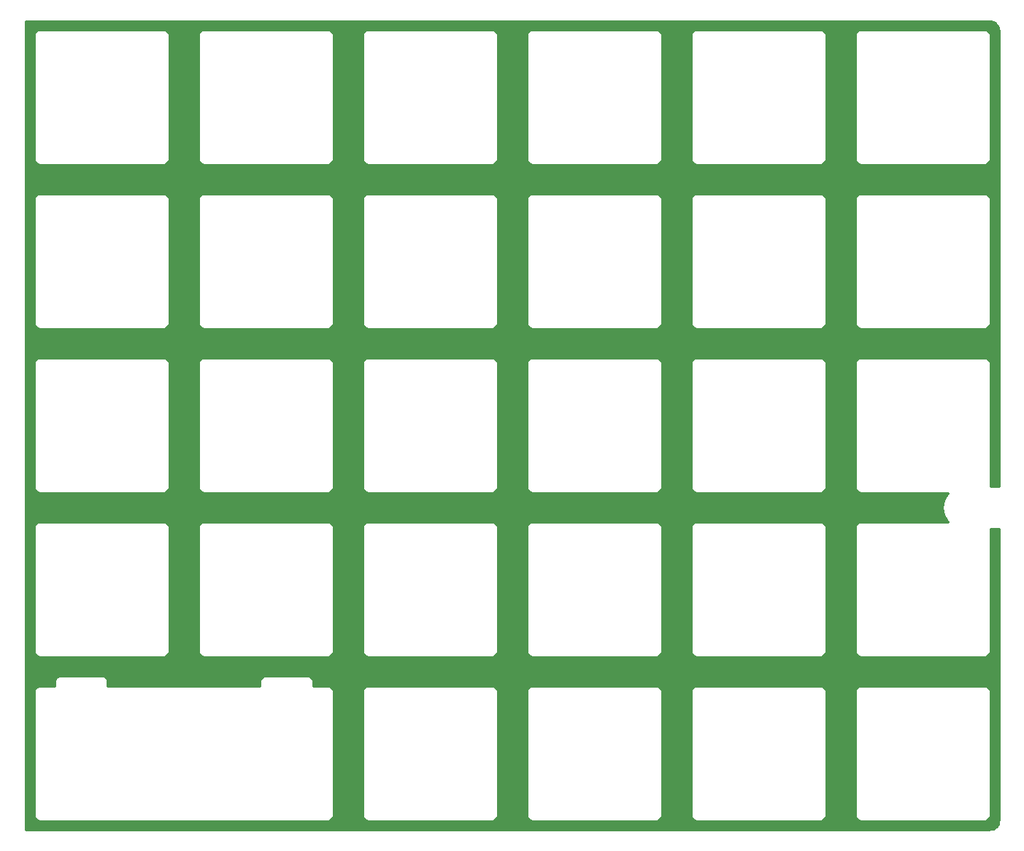
<source format=gbl>
G04 #@! TF.GenerationSoftware,KiCad,Pcbnew,(5.1.9-0-10_14)*
G04 #@! TF.CreationDate,2021-02-24T21:45:22+01:00*
G04 #@! TF.ProjectId,plate,706c6174-652e-46b6-9963-61645f706362,rev?*
G04 #@! TF.SameCoordinates,Original*
G04 #@! TF.FileFunction,Copper,L2,Bot*
G04 #@! TF.FilePolarity,Positive*
%FSLAX46Y46*%
G04 Gerber Fmt 4.6, Leading zero omitted, Abs format (unit mm)*
G04 Created by KiCad (PCBNEW (5.1.9-0-10_14)) date 2021-02-24 21:45:22*
%MOMM*%
%LPD*%
G01*
G04 APERTURE LIST*
G04 #@! TA.AperFunction,NonConductor*
%ADD10C,0.254000*%
G04 #@! TD*
G04 #@! TA.AperFunction,NonConductor*
%ADD11C,0.100000*%
G04 #@! TD*
G04 APERTURE END LIST*
D10*
X215121195Y-50715482D02*
X215326276Y-50777399D01*
X215515428Y-50877973D01*
X215681437Y-51013367D01*
X215817988Y-51178429D01*
X215919881Y-51366877D01*
X215983227Y-51571514D01*
X216008932Y-51816083D01*
X216008933Y-104685401D01*
X214997500Y-104685401D01*
X214997500Y-90521147D01*
X215000814Y-90487500D01*
X214987588Y-90353217D01*
X214948419Y-90224094D01*
X214884812Y-90105093D01*
X214799211Y-90000789D01*
X214694907Y-89915188D01*
X214575906Y-89851581D01*
X214446783Y-89812412D01*
X214346147Y-89802500D01*
X214312500Y-89799186D01*
X214278853Y-89802500D01*
X200058647Y-89802500D01*
X200025000Y-89799186D01*
X199991353Y-89802500D01*
X199890717Y-89812412D01*
X199761594Y-89851581D01*
X199642593Y-89915188D01*
X199538289Y-90000789D01*
X199452688Y-90105093D01*
X199389081Y-90224094D01*
X199349912Y-90353217D01*
X199336686Y-90487500D01*
X199340001Y-90521157D01*
X199340000Y-104741353D01*
X199336686Y-104775000D01*
X199349912Y-104909283D01*
X199389081Y-105038406D01*
X199452688Y-105157407D01*
X199538289Y-105261711D01*
X199642593Y-105347312D01*
X199761594Y-105410919D01*
X199890717Y-105450088D01*
X200025000Y-105463314D01*
X200058647Y-105460000D01*
X210137841Y-105460000D01*
X210127622Y-105470148D01*
X210121577Y-105477560D01*
X209903172Y-105749201D01*
X209869166Y-105801168D01*
X209834459Y-105852623D01*
X209829969Y-105861067D01*
X209668485Y-106169957D01*
X209645225Y-106227527D01*
X209621168Y-106284756D01*
X209618404Y-106293912D01*
X209519993Y-106628285D01*
X209508357Y-106689280D01*
X209495876Y-106750087D01*
X209494942Y-106759606D01*
X209463352Y-107106725D01*
X209463786Y-107168808D01*
X209463352Y-107230890D01*
X209464285Y-107240408D01*
X209500718Y-107587053D01*
X209513208Y-107647900D01*
X209524837Y-107708858D01*
X209527601Y-107718014D01*
X209630672Y-108050980D01*
X209654714Y-108108173D01*
X209677987Y-108165776D01*
X209682477Y-108174221D01*
X209848257Y-108480826D01*
X209882999Y-108532333D01*
X209916971Y-108584247D01*
X209923015Y-108591659D01*
X210138801Y-108852500D01*
X200058647Y-108852500D01*
X200025000Y-108849186D01*
X199991353Y-108852500D01*
X199890717Y-108862412D01*
X199761594Y-108901581D01*
X199642593Y-108965188D01*
X199538289Y-109050789D01*
X199452688Y-109155093D01*
X199389081Y-109274094D01*
X199349912Y-109403217D01*
X199336686Y-109537500D01*
X199340001Y-109571157D01*
X199340000Y-123791353D01*
X199336686Y-123825000D01*
X199349912Y-123959283D01*
X199389081Y-124088406D01*
X199452688Y-124207407D01*
X199538289Y-124311711D01*
X199642593Y-124397312D01*
X199761594Y-124460919D01*
X199890717Y-124500088D01*
X200025000Y-124513314D01*
X200058647Y-124510000D01*
X214278853Y-124510000D01*
X214312500Y-124513314D01*
X214446783Y-124500088D01*
X214575906Y-124460919D01*
X214694907Y-124397312D01*
X214799211Y-124311711D01*
X214884812Y-124207407D01*
X214948419Y-124088406D01*
X214987588Y-123959283D01*
X214997500Y-123858647D01*
X214997500Y-123858646D01*
X215000814Y-123825000D01*
X214997500Y-123791353D01*
X214997500Y-109627279D01*
X216008932Y-109627279D01*
X216008933Y-143436918D01*
X215984742Y-143683637D01*
X215922825Y-143888716D01*
X215822253Y-144077865D01*
X215686857Y-144243877D01*
X215521793Y-144380430D01*
X215333349Y-144482320D01*
X215128711Y-144545667D01*
X214884141Y-144571372D01*
X103078836Y-144571372D01*
X103078836Y-142875000D01*
X104086686Y-142875000D01*
X104099912Y-143009283D01*
X104139081Y-143138406D01*
X104202688Y-143257407D01*
X104288289Y-143361711D01*
X104339316Y-143403588D01*
X104392593Y-143447312D01*
X104511594Y-143510919D01*
X104640717Y-143550088D01*
X104775000Y-143563314D01*
X104808647Y-143560000D01*
X138078853Y-143560000D01*
X138112500Y-143563314D01*
X138146147Y-143560000D01*
X138246783Y-143550088D01*
X138375906Y-143510919D01*
X138494907Y-143447312D01*
X138599211Y-143361711D01*
X138684812Y-143257407D01*
X138748419Y-143138406D01*
X138787588Y-143009283D01*
X138800814Y-142875000D01*
X138797500Y-142841353D01*
X138797500Y-128622433D01*
X138800930Y-128587608D01*
X138800920Y-128587500D01*
X142186686Y-128587500D01*
X142190000Y-128621147D01*
X142190001Y-142841343D01*
X142186686Y-142875000D01*
X142199912Y-143009283D01*
X142239081Y-143138406D01*
X142302688Y-143257407D01*
X142388289Y-143361711D01*
X142492593Y-143447312D01*
X142611594Y-143510919D01*
X142740717Y-143550088D01*
X142841353Y-143560000D01*
X142875000Y-143563314D01*
X142908647Y-143560000D01*
X157128853Y-143560000D01*
X157162500Y-143563314D01*
X157196147Y-143560000D01*
X157296783Y-143550088D01*
X157425906Y-143510919D01*
X157544907Y-143447312D01*
X157649211Y-143361711D01*
X157734812Y-143257407D01*
X157798419Y-143138406D01*
X157837588Y-143009283D01*
X157850814Y-142875000D01*
X157847500Y-142841353D01*
X157847500Y-128621147D01*
X157850814Y-128587500D01*
X161236686Y-128587500D01*
X161240001Y-128621157D01*
X161240000Y-142841353D01*
X161236686Y-142875000D01*
X161249912Y-143009283D01*
X161289081Y-143138406D01*
X161352688Y-143257407D01*
X161438289Y-143361711D01*
X161489316Y-143403588D01*
X161542593Y-143447312D01*
X161661594Y-143510919D01*
X161790717Y-143550088D01*
X161925000Y-143563314D01*
X161958647Y-143560000D01*
X176178853Y-143560000D01*
X176212500Y-143563314D01*
X176346783Y-143550088D01*
X176475906Y-143510919D01*
X176594907Y-143447312D01*
X176699211Y-143361711D01*
X176784812Y-143257407D01*
X176848419Y-143138406D01*
X176887588Y-143009283D01*
X176897500Y-142908647D01*
X176897500Y-142908646D01*
X176900814Y-142875000D01*
X176897500Y-142841353D01*
X176897500Y-128621147D01*
X176900814Y-128587500D01*
X180286686Y-128587500D01*
X180290001Y-128621157D01*
X180290000Y-142841353D01*
X180286686Y-142875000D01*
X180299912Y-143009283D01*
X180339081Y-143138406D01*
X180402688Y-143257407D01*
X180488289Y-143361711D01*
X180539316Y-143403588D01*
X180592593Y-143447312D01*
X180711594Y-143510919D01*
X180840717Y-143550088D01*
X180975000Y-143563314D01*
X181008647Y-143560000D01*
X195228853Y-143560000D01*
X195262500Y-143563314D01*
X195396783Y-143550088D01*
X195525906Y-143510919D01*
X195644907Y-143447312D01*
X195749211Y-143361711D01*
X195834812Y-143257407D01*
X195898419Y-143138406D01*
X195937588Y-143009283D01*
X195947500Y-142908647D01*
X195947500Y-142908646D01*
X195950814Y-142875000D01*
X195947500Y-142841353D01*
X195947500Y-128621147D01*
X195950814Y-128587500D01*
X199336686Y-128587500D01*
X199340001Y-128621157D01*
X199340000Y-142841353D01*
X199336686Y-142875000D01*
X199349912Y-143009283D01*
X199389081Y-143138406D01*
X199452688Y-143257407D01*
X199538289Y-143361711D01*
X199589316Y-143403588D01*
X199642593Y-143447312D01*
X199761594Y-143510919D01*
X199890717Y-143550088D01*
X200025000Y-143563314D01*
X200058647Y-143560000D01*
X214278853Y-143560000D01*
X214312500Y-143563314D01*
X214446783Y-143550088D01*
X214575906Y-143510919D01*
X214694907Y-143447312D01*
X214799211Y-143361711D01*
X214884812Y-143257407D01*
X214948419Y-143138406D01*
X214987588Y-143009283D01*
X214997500Y-142908647D01*
X214997500Y-142908646D01*
X215000814Y-142875000D01*
X214997500Y-142841353D01*
X214997500Y-128621147D01*
X215000814Y-128587500D01*
X214987588Y-128453217D01*
X214948419Y-128324094D01*
X214884812Y-128205093D01*
X214799211Y-128100789D01*
X214694907Y-128015188D01*
X214575906Y-127951581D01*
X214446783Y-127912412D01*
X214346147Y-127902500D01*
X214312500Y-127899186D01*
X214278853Y-127902500D01*
X200058647Y-127902500D01*
X200025000Y-127899186D01*
X199991353Y-127902500D01*
X199890717Y-127912412D01*
X199761594Y-127951581D01*
X199642593Y-128015188D01*
X199538289Y-128100789D01*
X199452688Y-128205093D01*
X199389081Y-128324094D01*
X199349912Y-128453217D01*
X199336686Y-128587500D01*
X195950814Y-128587500D01*
X195937588Y-128453217D01*
X195898419Y-128324094D01*
X195834812Y-128205093D01*
X195749211Y-128100789D01*
X195644907Y-128015188D01*
X195525906Y-127951581D01*
X195396783Y-127912412D01*
X195296147Y-127902500D01*
X195262500Y-127899186D01*
X195228853Y-127902500D01*
X181008647Y-127902500D01*
X180975000Y-127899186D01*
X180941353Y-127902500D01*
X180840717Y-127912412D01*
X180711594Y-127951581D01*
X180592593Y-128015188D01*
X180488289Y-128100789D01*
X180402688Y-128205093D01*
X180339081Y-128324094D01*
X180299912Y-128453217D01*
X180286686Y-128587500D01*
X176900814Y-128587500D01*
X176887588Y-128453217D01*
X176848419Y-128324094D01*
X176784812Y-128205093D01*
X176699211Y-128100789D01*
X176594907Y-128015188D01*
X176475906Y-127951581D01*
X176346783Y-127912412D01*
X176246147Y-127902500D01*
X176212500Y-127899186D01*
X176178853Y-127902500D01*
X161958647Y-127902500D01*
X161925000Y-127899186D01*
X161891353Y-127902500D01*
X161790717Y-127912412D01*
X161661594Y-127951581D01*
X161542593Y-128015188D01*
X161438289Y-128100789D01*
X161352688Y-128205093D01*
X161289081Y-128324094D01*
X161249912Y-128453217D01*
X161236686Y-128587500D01*
X157850814Y-128587500D01*
X157837588Y-128453217D01*
X157798419Y-128324094D01*
X157734812Y-128205093D01*
X157649211Y-128100789D01*
X157544907Y-128015188D01*
X157425906Y-127951581D01*
X157296783Y-127912412D01*
X157196147Y-127902500D01*
X157162500Y-127899186D01*
X157128853Y-127902500D01*
X142908647Y-127902500D01*
X142875000Y-127899186D01*
X142841353Y-127902500D01*
X142740717Y-127912412D01*
X142611594Y-127951581D01*
X142492593Y-128015188D01*
X142388289Y-128100789D01*
X142302688Y-128205093D01*
X142239081Y-128324094D01*
X142199912Y-128453217D01*
X142186686Y-128587500D01*
X138800920Y-128587500D01*
X138787704Y-128453325D01*
X138748535Y-128324202D01*
X138684928Y-128205201D01*
X138599327Y-128100897D01*
X138599243Y-128100828D01*
X138599211Y-128100789D01*
X138494907Y-128015188D01*
X138375906Y-127951581D01*
X138246783Y-127912412D01*
X138112500Y-127899186D01*
X138077757Y-127902608D01*
X136416364Y-127902608D01*
X136416364Y-127430629D01*
X136419678Y-127396982D01*
X136406452Y-127262699D01*
X136367283Y-127133576D01*
X136303676Y-127014575D01*
X136218075Y-126910271D01*
X136113771Y-126824670D01*
X135994770Y-126761063D01*
X135865647Y-126721894D01*
X135765011Y-126711982D01*
X135731364Y-126708668D01*
X135697717Y-126711982D01*
X131002507Y-126711982D01*
X130968860Y-126708668D01*
X130935213Y-126711982D01*
X130834577Y-126721894D01*
X130705454Y-126761063D01*
X130586453Y-126824670D01*
X130482149Y-126910271D01*
X130396548Y-127014575D01*
X130332941Y-127133576D01*
X130293772Y-127262699D01*
X130280546Y-127396982D01*
X130283860Y-127430629D01*
X130283860Y-127902608D01*
X112603844Y-127902608D01*
X112603844Y-127430629D01*
X112607158Y-127396982D01*
X112593932Y-127262699D01*
X112554763Y-127133576D01*
X112491156Y-127014575D01*
X112405555Y-126910271D01*
X112301251Y-126824670D01*
X112182250Y-126761063D01*
X112053127Y-126721894D01*
X111952491Y-126711982D01*
X111918844Y-126708668D01*
X111885197Y-126711982D01*
X107189987Y-126711982D01*
X107156340Y-126708668D01*
X107122693Y-126711982D01*
X107022057Y-126721894D01*
X106892934Y-126761063D01*
X106773933Y-126824670D01*
X106669629Y-126910271D01*
X106584028Y-127014575D01*
X106520421Y-127133576D01*
X106481252Y-127262699D01*
X106468026Y-127396982D01*
X106471340Y-127430629D01*
X106471340Y-127902577D01*
X104808668Y-127902502D01*
X104775000Y-127899186D01*
X104700114Y-127906562D01*
X104640748Y-127912406D01*
X104640733Y-127912411D01*
X104640718Y-127912412D01*
X104569344Y-127934063D01*
X104511623Y-127951570D01*
X104511612Y-127951576D01*
X104511595Y-127951581D01*
X104449547Y-127984746D01*
X104392619Y-128015171D01*
X104392606Y-128015181D01*
X104392594Y-128015188D01*
X104343455Y-128055516D01*
X104288312Y-128100767D01*
X104288302Y-128100779D01*
X104288290Y-128100789D01*
X104243056Y-128155906D01*
X104202706Y-128205068D01*
X104202699Y-128205080D01*
X104202689Y-128205093D01*
X104172275Y-128261993D01*
X104139093Y-128324066D01*
X104139088Y-128324083D01*
X104139082Y-128324094D01*
X104121581Y-128381786D01*
X104099919Y-128453187D01*
X104099918Y-128453202D01*
X104099913Y-128453217D01*
X104093297Y-128520388D01*
X104086687Y-128587469D01*
X104090001Y-128621134D01*
X104090000Y-142841353D01*
X104086686Y-142875000D01*
X103078836Y-142875000D01*
X103078836Y-109537500D01*
X104086686Y-109537500D01*
X104090001Y-109571157D01*
X104090000Y-123791353D01*
X104086686Y-123825000D01*
X104099912Y-123959283D01*
X104139081Y-124088406D01*
X104202688Y-124207407D01*
X104288289Y-124311711D01*
X104392593Y-124397312D01*
X104511594Y-124460919D01*
X104640717Y-124500088D01*
X104775000Y-124513314D01*
X104808647Y-124510000D01*
X119028853Y-124510000D01*
X119062500Y-124513314D01*
X119196783Y-124500088D01*
X119325906Y-124460919D01*
X119444907Y-124397312D01*
X119549211Y-124311711D01*
X119634812Y-124207407D01*
X119698419Y-124088406D01*
X119737588Y-123959283D01*
X119747500Y-123858647D01*
X119747500Y-123858646D01*
X119750814Y-123825000D01*
X119747500Y-123791353D01*
X119747500Y-109571147D01*
X119750814Y-109537500D01*
X123136686Y-109537500D01*
X123140000Y-109571147D01*
X123140001Y-123791343D01*
X123136686Y-123825000D01*
X123149912Y-123959283D01*
X123189081Y-124088406D01*
X123252688Y-124207407D01*
X123338289Y-124311711D01*
X123442593Y-124397312D01*
X123561594Y-124460919D01*
X123690717Y-124500088D01*
X123791353Y-124510000D01*
X123825000Y-124513314D01*
X123858647Y-124510000D01*
X138078853Y-124510000D01*
X138112500Y-124513314D01*
X138146147Y-124510000D01*
X138246783Y-124500088D01*
X138375906Y-124460919D01*
X138494907Y-124397312D01*
X138599211Y-124311711D01*
X138684812Y-124207407D01*
X138748419Y-124088406D01*
X138787588Y-123959283D01*
X138800814Y-123825000D01*
X138797500Y-123791353D01*
X138797500Y-109571147D01*
X138800814Y-109537500D01*
X142186686Y-109537500D01*
X142190000Y-109571147D01*
X142190001Y-123791343D01*
X142186686Y-123825000D01*
X142199912Y-123959283D01*
X142239081Y-124088406D01*
X142302688Y-124207407D01*
X142388289Y-124311711D01*
X142492593Y-124397312D01*
X142611594Y-124460919D01*
X142740717Y-124500088D01*
X142841353Y-124510000D01*
X142875000Y-124513314D01*
X142908647Y-124510000D01*
X157128853Y-124510000D01*
X157162500Y-124513314D01*
X157196147Y-124510000D01*
X157296783Y-124500088D01*
X157425906Y-124460919D01*
X157544907Y-124397312D01*
X157649211Y-124311711D01*
X157734812Y-124207407D01*
X157798419Y-124088406D01*
X157837588Y-123959283D01*
X157850814Y-123825000D01*
X157847500Y-123791353D01*
X157847500Y-109571147D01*
X157850814Y-109537500D01*
X161236686Y-109537500D01*
X161240001Y-109571157D01*
X161240000Y-123791353D01*
X161236686Y-123825000D01*
X161249912Y-123959283D01*
X161289081Y-124088406D01*
X161352688Y-124207407D01*
X161438289Y-124311711D01*
X161542593Y-124397312D01*
X161661594Y-124460919D01*
X161790717Y-124500088D01*
X161925000Y-124513314D01*
X161958647Y-124510000D01*
X176178853Y-124510000D01*
X176212500Y-124513314D01*
X176346783Y-124500088D01*
X176475906Y-124460919D01*
X176594907Y-124397312D01*
X176699211Y-124311711D01*
X176784812Y-124207407D01*
X176848419Y-124088406D01*
X176887588Y-123959283D01*
X176897500Y-123858647D01*
X176897500Y-123858646D01*
X176900814Y-123825000D01*
X176897500Y-123791353D01*
X176897500Y-109571147D01*
X176900814Y-109537500D01*
X180286686Y-109537500D01*
X180290001Y-109571157D01*
X180290000Y-123791353D01*
X180286686Y-123825000D01*
X180299912Y-123959283D01*
X180339081Y-124088406D01*
X180402688Y-124207407D01*
X180488289Y-124311711D01*
X180592593Y-124397312D01*
X180711594Y-124460919D01*
X180840717Y-124500088D01*
X180975000Y-124513314D01*
X181008647Y-124510000D01*
X195228853Y-124510000D01*
X195262500Y-124513314D01*
X195396783Y-124500088D01*
X195525906Y-124460919D01*
X195644907Y-124397312D01*
X195749211Y-124311711D01*
X195834812Y-124207407D01*
X195898419Y-124088406D01*
X195937588Y-123959283D01*
X195947500Y-123858647D01*
X195947500Y-123858646D01*
X195950814Y-123825000D01*
X195947500Y-123791353D01*
X195947500Y-109571147D01*
X195950814Y-109537500D01*
X195937588Y-109403217D01*
X195898419Y-109274094D01*
X195834812Y-109155093D01*
X195749211Y-109050789D01*
X195644907Y-108965188D01*
X195525906Y-108901581D01*
X195396783Y-108862412D01*
X195296147Y-108852500D01*
X195262500Y-108849186D01*
X195228853Y-108852500D01*
X181008647Y-108852500D01*
X180975000Y-108849186D01*
X180941353Y-108852500D01*
X180840717Y-108862412D01*
X180711594Y-108901581D01*
X180592593Y-108965188D01*
X180488289Y-109050789D01*
X180402688Y-109155093D01*
X180339081Y-109274094D01*
X180299912Y-109403217D01*
X180286686Y-109537500D01*
X176900814Y-109537500D01*
X176887588Y-109403217D01*
X176848419Y-109274094D01*
X176784812Y-109155093D01*
X176699211Y-109050789D01*
X176594907Y-108965188D01*
X176475906Y-108901581D01*
X176346783Y-108862412D01*
X176246147Y-108852500D01*
X176212500Y-108849186D01*
X176178853Y-108852500D01*
X161958647Y-108852500D01*
X161925000Y-108849186D01*
X161891353Y-108852500D01*
X161790717Y-108862412D01*
X161661594Y-108901581D01*
X161542593Y-108965188D01*
X161438289Y-109050789D01*
X161352688Y-109155093D01*
X161289081Y-109274094D01*
X161249912Y-109403217D01*
X161236686Y-109537500D01*
X157850814Y-109537500D01*
X157837588Y-109403217D01*
X157798419Y-109274094D01*
X157734812Y-109155093D01*
X157649211Y-109050789D01*
X157544907Y-108965188D01*
X157425906Y-108901581D01*
X157296783Y-108862412D01*
X157196147Y-108852500D01*
X157162500Y-108849186D01*
X157128853Y-108852500D01*
X142908647Y-108852500D01*
X142875000Y-108849186D01*
X142841353Y-108852500D01*
X142740717Y-108862412D01*
X142611594Y-108901581D01*
X142492593Y-108965188D01*
X142388289Y-109050789D01*
X142302688Y-109155093D01*
X142239081Y-109274094D01*
X142199912Y-109403217D01*
X142186686Y-109537500D01*
X138800814Y-109537500D01*
X138787588Y-109403217D01*
X138748419Y-109274094D01*
X138684812Y-109155093D01*
X138599211Y-109050789D01*
X138494907Y-108965188D01*
X138375906Y-108901581D01*
X138246783Y-108862412D01*
X138146147Y-108852500D01*
X138112500Y-108849186D01*
X138078853Y-108852500D01*
X123858647Y-108852500D01*
X123825000Y-108849186D01*
X123791353Y-108852500D01*
X123690717Y-108862412D01*
X123561594Y-108901581D01*
X123442593Y-108965188D01*
X123338289Y-109050789D01*
X123252688Y-109155093D01*
X123189081Y-109274094D01*
X123149912Y-109403217D01*
X123136686Y-109537500D01*
X119750814Y-109537500D01*
X119737588Y-109403217D01*
X119698419Y-109274094D01*
X119634812Y-109155093D01*
X119549211Y-109050789D01*
X119444907Y-108965188D01*
X119325906Y-108901581D01*
X119196783Y-108862412D01*
X119096147Y-108852500D01*
X119062500Y-108849186D01*
X119028853Y-108852500D01*
X104808647Y-108852500D01*
X104775000Y-108849186D01*
X104741353Y-108852500D01*
X104640717Y-108862412D01*
X104511594Y-108901581D01*
X104392593Y-108965188D01*
X104288289Y-109050789D01*
X104202688Y-109155093D01*
X104139081Y-109274094D01*
X104099912Y-109403217D01*
X104086686Y-109537500D01*
X103078836Y-109537500D01*
X103078836Y-90487500D01*
X104086686Y-90487500D01*
X104090001Y-90521157D01*
X104090000Y-104741353D01*
X104086686Y-104775000D01*
X104099912Y-104909283D01*
X104139081Y-105038406D01*
X104202688Y-105157407D01*
X104288289Y-105261711D01*
X104392593Y-105347312D01*
X104511594Y-105410919D01*
X104640717Y-105450088D01*
X104775000Y-105463314D01*
X104808647Y-105460000D01*
X119028853Y-105460000D01*
X119062500Y-105463314D01*
X119196783Y-105450088D01*
X119325906Y-105410919D01*
X119444907Y-105347312D01*
X119549211Y-105261711D01*
X119634812Y-105157407D01*
X119698419Y-105038406D01*
X119737588Y-104909283D01*
X119747500Y-104808647D01*
X119747500Y-104808646D01*
X119750814Y-104775000D01*
X119747500Y-104741353D01*
X119747500Y-90521147D01*
X119750814Y-90487500D01*
X123136686Y-90487500D01*
X123140000Y-90521147D01*
X123140001Y-104741343D01*
X123136686Y-104775000D01*
X123149912Y-104909283D01*
X123189081Y-105038406D01*
X123252688Y-105157407D01*
X123338289Y-105261711D01*
X123442593Y-105347312D01*
X123561594Y-105410919D01*
X123690717Y-105450088D01*
X123791353Y-105460000D01*
X123825000Y-105463314D01*
X123858647Y-105460000D01*
X138078853Y-105460000D01*
X138112500Y-105463314D01*
X138146147Y-105460000D01*
X138246783Y-105450088D01*
X138375906Y-105410919D01*
X138494907Y-105347312D01*
X138599211Y-105261711D01*
X138684812Y-105157407D01*
X138748419Y-105038406D01*
X138787588Y-104909283D01*
X138800814Y-104775000D01*
X138797500Y-104741353D01*
X138797500Y-90521147D01*
X138800814Y-90487500D01*
X142186686Y-90487500D01*
X142190000Y-90521147D01*
X142190001Y-104741343D01*
X142186686Y-104775000D01*
X142199912Y-104909283D01*
X142239081Y-105038406D01*
X142302688Y-105157407D01*
X142388289Y-105261711D01*
X142492593Y-105347312D01*
X142611594Y-105410919D01*
X142740717Y-105450088D01*
X142841353Y-105460000D01*
X142875000Y-105463314D01*
X142908647Y-105460000D01*
X157128853Y-105460000D01*
X157162500Y-105463314D01*
X157196147Y-105460000D01*
X157296783Y-105450088D01*
X157425906Y-105410919D01*
X157544907Y-105347312D01*
X157649211Y-105261711D01*
X157734812Y-105157407D01*
X157798419Y-105038406D01*
X157837588Y-104909283D01*
X157850814Y-104775000D01*
X157847500Y-104741353D01*
X157847500Y-90521147D01*
X157850814Y-90487500D01*
X161236686Y-90487500D01*
X161240001Y-90521157D01*
X161240000Y-104741353D01*
X161236686Y-104775000D01*
X161249912Y-104909283D01*
X161289081Y-105038406D01*
X161352688Y-105157407D01*
X161438289Y-105261711D01*
X161542593Y-105347312D01*
X161661594Y-105410919D01*
X161790717Y-105450088D01*
X161925000Y-105463314D01*
X161958647Y-105460000D01*
X176178853Y-105460000D01*
X176212500Y-105463314D01*
X176346783Y-105450088D01*
X176475906Y-105410919D01*
X176594907Y-105347312D01*
X176699211Y-105261711D01*
X176784812Y-105157407D01*
X176848419Y-105038406D01*
X176887588Y-104909283D01*
X176897500Y-104808647D01*
X176897500Y-104808646D01*
X176900814Y-104775000D01*
X176897500Y-104741353D01*
X176897500Y-90521147D01*
X176900814Y-90487500D01*
X180286686Y-90487500D01*
X180290001Y-90521157D01*
X180290000Y-104741353D01*
X180286686Y-104775000D01*
X180299912Y-104909283D01*
X180339081Y-105038406D01*
X180402688Y-105157407D01*
X180488289Y-105261711D01*
X180592593Y-105347312D01*
X180711594Y-105410919D01*
X180840717Y-105450088D01*
X180975000Y-105463314D01*
X181008647Y-105460000D01*
X195228853Y-105460000D01*
X195262500Y-105463314D01*
X195396783Y-105450088D01*
X195525906Y-105410919D01*
X195644907Y-105347312D01*
X195749211Y-105261711D01*
X195834812Y-105157407D01*
X195898419Y-105038406D01*
X195937588Y-104909283D01*
X195947500Y-104808647D01*
X195947500Y-104808646D01*
X195950814Y-104775000D01*
X195947500Y-104741353D01*
X195947500Y-90521147D01*
X195950814Y-90487500D01*
X195937588Y-90353217D01*
X195898419Y-90224094D01*
X195834812Y-90105093D01*
X195749211Y-90000789D01*
X195644907Y-89915188D01*
X195525906Y-89851581D01*
X195396783Y-89812412D01*
X195296147Y-89802500D01*
X195262500Y-89799186D01*
X195228853Y-89802500D01*
X181008647Y-89802500D01*
X180975000Y-89799186D01*
X180941353Y-89802500D01*
X180840717Y-89812412D01*
X180711594Y-89851581D01*
X180592593Y-89915188D01*
X180488289Y-90000789D01*
X180402688Y-90105093D01*
X180339081Y-90224094D01*
X180299912Y-90353217D01*
X180286686Y-90487500D01*
X176900814Y-90487500D01*
X176887588Y-90353217D01*
X176848419Y-90224094D01*
X176784812Y-90105093D01*
X176699211Y-90000789D01*
X176594907Y-89915188D01*
X176475906Y-89851581D01*
X176346783Y-89812412D01*
X176246147Y-89802500D01*
X176212500Y-89799186D01*
X176178853Y-89802500D01*
X161958647Y-89802500D01*
X161925000Y-89799186D01*
X161891353Y-89802500D01*
X161790717Y-89812412D01*
X161661594Y-89851581D01*
X161542593Y-89915188D01*
X161438289Y-90000789D01*
X161352688Y-90105093D01*
X161289081Y-90224094D01*
X161249912Y-90353217D01*
X161236686Y-90487500D01*
X157850814Y-90487500D01*
X157837588Y-90353217D01*
X157798419Y-90224094D01*
X157734812Y-90105093D01*
X157649211Y-90000789D01*
X157544907Y-89915188D01*
X157425906Y-89851581D01*
X157296783Y-89812412D01*
X157196147Y-89802500D01*
X157162500Y-89799186D01*
X157128853Y-89802500D01*
X142908647Y-89802500D01*
X142875000Y-89799186D01*
X142841353Y-89802500D01*
X142740717Y-89812412D01*
X142611594Y-89851581D01*
X142492593Y-89915188D01*
X142388289Y-90000789D01*
X142302688Y-90105093D01*
X142239081Y-90224094D01*
X142199912Y-90353217D01*
X142186686Y-90487500D01*
X138800814Y-90487500D01*
X138787588Y-90353217D01*
X138748419Y-90224094D01*
X138684812Y-90105093D01*
X138599211Y-90000789D01*
X138494907Y-89915188D01*
X138375906Y-89851581D01*
X138246783Y-89812412D01*
X138146147Y-89802500D01*
X138112500Y-89799186D01*
X138078853Y-89802500D01*
X123858647Y-89802500D01*
X123825000Y-89799186D01*
X123791353Y-89802500D01*
X123690717Y-89812412D01*
X123561594Y-89851581D01*
X123442593Y-89915188D01*
X123338289Y-90000789D01*
X123252688Y-90105093D01*
X123189081Y-90224094D01*
X123149912Y-90353217D01*
X123136686Y-90487500D01*
X119750814Y-90487500D01*
X119737588Y-90353217D01*
X119698419Y-90224094D01*
X119634812Y-90105093D01*
X119549211Y-90000789D01*
X119444907Y-89915188D01*
X119325906Y-89851581D01*
X119196783Y-89812412D01*
X119096147Y-89802500D01*
X119062500Y-89799186D01*
X119028853Y-89802500D01*
X104808647Y-89802500D01*
X104775000Y-89799186D01*
X104741353Y-89802500D01*
X104640717Y-89812412D01*
X104511594Y-89851581D01*
X104392593Y-89915188D01*
X104288289Y-90000789D01*
X104202688Y-90105093D01*
X104139081Y-90224094D01*
X104099912Y-90353217D01*
X104086686Y-90487500D01*
X103078836Y-90487500D01*
X103078836Y-71437500D01*
X104086686Y-71437500D01*
X104090001Y-71471157D01*
X104090000Y-85691353D01*
X104086686Y-85725000D01*
X104099912Y-85859283D01*
X104139081Y-85988406D01*
X104202688Y-86107407D01*
X104288289Y-86211711D01*
X104392593Y-86297312D01*
X104511594Y-86360919D01*
X104640717Y-86400088D01*
X104775000Y-86413314D01*
X104808647Y-86410000D01*
X119028853Y-86410000D01*
X119062500Y-86413314D01*
X119196783Y-86400088D01*
X119325906Y-86360919D01*
X119444907Y-86297312D01*
X119549211Y-86211711D01*
X119634812Y-86107407D01*
X119698419Y-85988406D01*
X119737588Y-85859283D01*
X119747500Y-85758647D01*
X119747500Y-85758646D01*
X119750814Y-85725000D01*
X119747500Y-85691353D01*
X119747500Y-71471147D01*
X119750814Y-71437500D01*
X123136686Y-71437500D01*
X123140000Y-71471147D01*
X123140001Y-85691343D01*
X123136686Y-85725000D01*
X123149912Y-85859283D01*
X123189081Y-85988406D01*
X123252688Y-86107407D01*
X123338289Y-86211711D01*
X123442593Y-86297312D01*
X123561594Y-86360919D01*
X123690717Y-86400088D01*
X123791353Y-86410000D01*
X123825000Y-86413314D01*
X123858647Y-86410000D01*
X138078853Y-86410000D01*
X138112500Y-86413314D01*
X138146147Y-86410000D01*
X138246783Y-86400088D01*
X138375906Y-86360919D01*
X138494907Y-86297312D01*
X138599211Y-86211711D01*
X138684812Y-86107407D01*
X138748419Y-85988406D01*
X138787588Y-85859283D01*
X138800814Y-85725000D01*
X138797500Y-85691353D01*
X138797500Y-71471147D01*
X138800814Y-71437500D01*
X142186686Y-71437500D01*
X142190000Y-71471147D01*
X142190001Y-85691343D01*
X142186686Y-85725000D01*
X142199912Y-85859283D01*
X142239081Y-85988406D01*
X142302688Y-86107407D01*
X142388289Y-86211711D01*
X142492593Y-86297312D01*
X142611594Y-86360919D01*
X142740717Y-86400088D01*
X142841353Y-86410000D01*
X142875000Y-86413314D01*
X142908647Y-86410000D01*
X157128853Y-86410000D01*
X157162500Y-86413314D01*
X157196147Y-86410000D01*
X157296783Y-86400088D01*
X157425906Y-86360919D01*
X157544907Y-86297312D01*
X157649211Y-86211711D01*
X157734812Y-86107407D01*
X157798419Y-85988406D01*
X157837588Y-85859283D01*
X157850814Y-85725000D01*
X157847500Y-85691353D01*
X157847500Y-71471147D01*
X157850814Y-71437500D01*
X161236686Y-71437500D01*
X161240001Y-71471157D01*
X161240000Y-85691353D01*
X161236686Y-85725000D01*
X161249912Y-85859283D01*
X161289081Y-85988406D01*
X161352688Y-86107407D01*
X161438289Y-86211711D01*
X161542593Y-86297312D01*
X161661594Y-86360919D01*
X161790717Y-86400088D01*
X161925000Y-86413314D01*
X161958647Y-86410000D01*
X176178853Y-86410000D01*
X176212500Y-86413314D01*
X176346783Y-86400088D01*
X176475906Y-86360919D01*
X176594907Y-86297312D01*
X176699211Y-86211711D01*
X176784812Y-86107407D01*
X176848419Y-85988406D01*
X176887588Y-85859283D01*
X176897500Y-85758647D01*
X176897500Y-85758646D01*
X176900814Y-85725000D01*
X176897500Y-85691353D01*
X176897500Y-71471147D01*
X176900814Y-71437500D01*
X180286686Y-71437500D01*
X180290001Y-71471157D01*
X180290000Y-85691353D01*
X180286686Y-85725000D01*
X180299912Y-85859283D01*
X180339081Y-85988406D01*
X180402688Y-86107407D01*
X180488289Y-86211711D01*
X180592593Y-86297312D01*
X180711594Y-86360919D01*
X180840717Y-86400088D01*
X180975000Y-86413314D01*
X181008647Y-86410000D01*
X195228853Y-86410000D01*
X195262500Y-86413314D01*
X195396783Y-86400088D01*
X195525906Y-86360919D01*
X195644907Y-86297312D01*
X195749211Y-86211711D01*
X195834812Y-86107407D01*
X195898419Y-85988406D01*
X195937588Y-85859283D01*
X195947500Y-85758647D01*
X195947500Y-85758646D01*
X195950814Y-85725000D01*
X195947500Y-85691353D01*
X195947500Y-71471147D01*
X195950814Y-71437500D01*
X199336686Y-71437500D01*
X199340001Y-71471157D01*
X199340000Y-85691353D01*
X199336686Y-85725000D01*
X199349912Y-85859283D01*
X199389081Y-85988406D01*
X199452688Y-86107407D01*
X199538289Y-86211711D01*
X199642593Y-86297312D01*
X199761594Y-86360919D01*
X199890717Y-86400088D01*
X200025000Y-86413314D01*
X200058647Y-86410000D01*
X214278853Y-86410000D01*
X214312500Y-86413314D01*
X214446783Y-86400088D01*
X214575906Y-86360919D01*
X214694907Y-86297312D01*
X214799211Y-86211711D01*
X214884812Y-86107407D01*
X214948419Y-85988406D01*
X214987588Y-85859283D01*
X214997500Y-85758647D01*
X214997500Y-85758646D01*
X215000814Y-85725000D01*
X214997500Y-85691353D01*
X214997500Y-71471147D01*
X215000814Y-71437500D01*
X214987588Y-71303217D01*
X214948419Y-71174094D01*
X214884812Y-71055093D01*
X214799211Y-70950789D01*
X214694907Y-70865188D01*
X214575906Y-70801581D01*
X214446783Y-70762412D01*
X214346147Y-70752500D01*
X214312500Y-70749186D01*
X214278853Y-70752500D01*
X200058647Y-70752500D01*
X200025000Y-70749186D01*
X199991353Y-70752500D01*
X199890717Y-70762412D01*
X199761594Y-70801581D01*
X199642593Y-70865188D01*
X199538289Y-70950789D01*
X199452688Y-71055093D01*
X199389081Y-71174094D01*
X199349912Y-71303217D01*
X199336686Y-71437500D01*
X195950814Y-71437500D01*
X195937588Y-71303217D01*
X195898419Y-71174094D01*
X195834812Y-71055093D01*
X195749211Y-70950789D01*
X195644907Y-70865188D01*
X195525906Y-70801581D01*
X195396783Y-70762412D01*
X195296147Y-70752500D01*
X195262500Y-70749186D01*
X195228853Y-70752500D01*
X181008647Y-70752500D01*
X180975000Y-70749186D01*
X180941353Y-70752500D01*
X180840717Y-70762412D01*
X180711594Y-70801581D01*
X180592593Y-70865188D01*
X180488289Y-70950789D01*
X180402688Y-71055093D01*
X180339081Y-71174094D01*
X180299912Y-71303217D01*
X180286686Y-71437500D01*
X176900814Y-71437500D01*
X176887588Y-71303217D01*
X176848419Y-71174094D01*
X176784812Y-71055093D01*
X176699211Y-70950789D01*
X176594907Y-70865188D01*
X176475906Y-70801581D01*
X176346783Y-70762412D01*
X176246147Y-70752500D01*
X176212500Y-70749186D01*
X176178853Y-70752500D01*
X161958647Y-70752500D01*
X161925000Y-70749186D01*
X161891353Y-70752500D01*
X161790717Y-70762412D01*
X161661594Y-70801581D01*
X161542593Y-70865188D01*
X161438289Y-70950789D01*
X161352688Y-71055093D01*
X161289081Y-71174094D01*
X161249912Y-71303217D01*
X161236686Y-71437500D01*
X157850814Y-71437500D01*
X157837588Y-71303217D01*
X157798419Y-71174094D01*
X157734812Y-71055093D01*
X157649211Y-70950789D01*
X157544907Y-70865188D01*
X157425906Y-70801581D01*
X157296783Y-70762412D01*
X157196147Y-70752500D01*
X157162500Y-70749186D01*
X157128853Y-70752500D01*
X142908647Y-70752500D01*
X142875000Y-70749186D01*
X142841353Y-70752500D01*
X142740717Y-70762412D01*
X142611594Y-70801581D01*
X142492593Y-70865188D01*
X142388289Y-70950789D01*
X142302688Y-71055093D01*
X142239081Y-71174094D01*
X142199912Y-71303217D01*
X142186686Y-71437500D01*
X138800814Y-71437500D01*
X138787588Y-71303217D01*
X138748419Y-71174094D01*
X138684812Y-71055093D01*
X138599211Y-70950789D01*
X138494907Y-70865188D01*
X138375906Y-70801581D01*
X138246783Y-70762412D01*
X138146147Y-70752500D01*
X138112500Y-70749186D01*
X138078853Y-70752500D01*
X123858647Y-70752500D01*
X123825000Y-70749186D01*
X123791353Y-70752500D01*
X123690717Y-70762412D01*
X123561594Y-70801581D01*
X123442593Y-70865188D01*
X123338289Y-70950789D01*
X123252688Y-71055093D01*
X123189081Y-71174094D01*
X123149912Y-71303217D01*
X123136686Y-71437500D01*
X119750814Y-71437500D01*
X119737588Y-71303217D01*
X119698419Y-71174094D01*
X119634812Y-71055093D01*
X119549211Y-70950789D01*
X119444907Y-70865188D01*
X119325906Y-70801581D01*
X119196783Y-70762412D01*
X119096147Y-70752500D01*
X119062500Y-70749186D01*
X119028853Y-70752500D01*
X104808647Y-70752500D01*
X104775000Y-70749186D01*
X104741353Y-70752500D01*
X104640717Y-70762412D01*
X104511594Y-70801581D01*
X104392593Y-70865188D01*
X104288289Y-70950789D01*
X104202688Y-71055093D01*
X104139081Y-71174094D01*
X104099912Y-71303217D01*
X104086686Y-71437500D01*
X103078836Y-71437500D01*
X103078836Y-52387500D01*
X104086686Y-52387500D01*
X104090001Y-52421157D01*
X104090000Y-66641353D01*
X104086686Y-66675000D01*
X104099912Y-66809283D01*
X104139081Y-66938406D01*
X104202688Y-67057407D01*
X104288289Y-67161711D01*
X104392593Y-67247312D01*
X104511594Y-67310919D01*
X104640717Y-67350088D01*
X104775000Y-67363314D01*
X104808647Y-67360000D01*
X119028853Y-67360000D01*
X119062500Y-67363314D01*
X119196783Y-67350088D01*
X119325906Y-67310919D01*
X119444907Y-67247312D01*
X119549211Y-67161711D01*
X119634812Y-67057407D01*
X119698419Y-66938406D01*
X119737588Y-66809283D01*
X119747500Y-66708647D01*
X119747500Y-66708646D01*
X119750814Y-66675000D01*
X119747500Y-66641353D01*
X119747500Y-52421147D01*
X119750814Y-52387500D01*
X123136686Y-52387500D01*
X123140000Y-52421147D01*
X123140001Y-66641343D01*
X123136686Y-66675000D01*
X123149912Y-66809283D01*
X123189081Y-66938406D01*
X123252688Y-67057407D01*
X123338289Y-67161711D01*
X123442593Y-67247312D01*
X123561594Y-67310919D01*
X123690717Y-67350088D01*
X123791353Y-67360000D01*
X123825000Y-67363314D01*
X123858647Y-67360000D01*
X138078853Y-67360000D01*
X138112500Y-67363314D01*
X138146147Y-67360000D01*
X138246783Y-67350088D01*
X138375906Y-67310919D01*
X138494907Y-67247312D01*
X138599211Y-67161711D01*
X138684812Y-67057407D01*
X138748419Y-66938406D01*
X138787588Y-66809283D01*
X138800814Y-66675000D01*
X138797500Y-66641353D01*
X138797500Y-52421147D01*
X138800814Y-52387500D01*
X142186686Y-52387500D01*
X142190000Y-52421147D01*
X142190001Y-66641343D01*
X142186686Y-66675000D01*
X142199912Y-66809283D01*
X142239081Y-66938406D01*
X142302688Y-67057407D01*
X142388289Y-67161711D01*
X142492593Y-67247312D01*
X142611594Y-67310919D01*
X142740717Y-67350088D01*
X142841353Y-67360000D01*
X142875000Y-67363314D01*
X142908647Y-67360000D01*
X157128853Y-67360000D01*
X157162500Y-67363314D01*
X157196147Y-67360000D01*
X157296783Y-67350088D01*
X157425906Y-67310919D01*
X157544907Y-67247312D01*
X157649211Y-67161711D01*
X157734812Y-67057407D01*
X157798419Y-66938406D01*
X157837588Y-66809283D01*
X157850814Y-66675000D01*
X157847500Y-66641353D01*
X157847500Y-52421147D01*
X157850814Y-52387500D01*
X161236686Y-52387500D01*
X161240001Y-52421157D01*
X161240000Y-66641353D01*
X161236686Y-66675000D01*
X161249912Y-66809283D01*
X161289081Y-66938406D01*
X161352688Y-67057407D01*
X161438289Y-67161711D01*
X161542593Y-67247312D01*
X161661594Y-67310919D01*
X161790717Y-67350088D01*
X161925000Y-67363314D01*
X161958647Y-67360000D01*
X176178853Y-67360000D01*
X176212500Y-67363314D01*
X176346783Y-67350088D01*
X176475906Y-67310919D01*
X176594907Y-67247312D01*
X176699211Y-67161711D01*
X176784812Y-67057407D01*
X176848419Y-66938406D01*
X176887588Y-66809283D01*
X176897500Y-66708647D01*
X176897500Y-66708646D01*
X176900814Y-66675000D01*
X176897500Y-66641353D01*
X176897500Y-52421147D01*
X176900814Y-52387500D01*
X180286686Y-52387500D01*
X180290001Y-52421157D01*
X180290000Y-66641353D01*
X180286686Y-66675000D01*
X180299912Y-66809283D01*
X180339081Y-66938406D01*
X180402688Y-67057407D01*
X180488289Y-67161711D01*
X180592593Y-67247312D01*
X180711594Y-67310919D01*
X180840717Y-67350088D01*
X180975000Y-67363314D01*
X181008647Y-67360000D01*
X195228853Y-67360000D01*
X195262500Y-67363314D01*
X195396783Y-67350088D01*
X195525906Y-67310919D01*
X195644907Y-67247312D01*
X195749211Y-67161711D01*
X195834812Y-67057407D01*
X195898419Y-66938406D01*
X195937588Y-66809283D01*
X195947500Y-66708647D01*
X195947500Y-66708646D01*
X195950814Y-66675000D01*
X195947500Y-66641353D01*
X195947500Y-52421147D01*
X195950814Y-52387500D01*
X199336686Y-52387500D01*
X199340001Y-52421157D01*
X199340000Y-66641353D01*
X199336686Y-66675000D01*
X199349912Y-66809283D01*
X199389081Y-66938406D01*
X199452688Y-67057407D01*
X199538289Y-67161711D01*
X199642593Y-67247312D01*
X199761594Y-67310919D01*
X199890717Y-67350088D01*
X200025000Y-67363314D01*
X200058647Y-67360000D01*
X214278853Y-67360000D01*
X214312500Y-67363314D01*
X214446783Y-67350088D01*
X214575906Y-67310919D01*
X214694907Y-67247312D01*
X214799211Y-67161711D01*
X214884812Y-67057407D01*
X214948419Y-66938406D01*
X214987588Y-66809283D01*
X214997500Y-66708647D01*
X214997500Y-66708646D01*
X215000814Y-66675000D01*
X214997500Y-66641353D01*
X214997500Y-52421147D01*
X215000814Y-52387500D01*
X214987588Y-52253217D01*
X214948419Y-52124094D01*
X214884812Y-52005093D01*
X214799211Y-51900789D01*
X214694907Y-51815188D01*
X214575906Y-51751581D01*
X214446783Y-51712412D01*
X214346147Y-51702500D01*
X214312500Y-51699186D01*
X214278853Y-51702500D01*
X200058647Y-51702500D01*
X200025000Y-51699186D01*
X199991353Y-51702500D01*
X199890717Y-51712412D01*
X199761594Y-51751581D01*
X199642593Y-51815188D01*
X199538289Y-51900789D01*
X199452688Y-52005093D01*
X199389081Y-52124094D01*
X199349912Y-52253217D01*
X199336686Y-52387500D01*
X195950814Y-52387500D01*
X195937588Y-52253217D01*
X195898419Y-52124094D01*
X195834812Y-52005093D01*
X195749211Y-51900789D01*
X195644907Y-51815188D01*
X195525906Y-51751581D01*
X195396783Y-51712412D01*
X195296147Y-51702500D01*
X195262500Y-51699186D01*
X195228853Y-51702500D01*
X181008647Y-51702500D01*
X180975000Y-51699186D01*
X180941353Y-51702500D01*
X180840717Y-51712412D01*
X180711594Y-51751581D01*
X180592593Y-51815188D01*
X180488289Y-51900789D01*
X180402688Y-52005093D01*
X180339081Y-52124094D01*
X180299912Y-52253217D01*
X180286686Y-52387500D01*
X176900814Y-52387500D01*
X176887588Y-52253217D01*
X176848419Y-52124094D01*
X176784812Y-52005093D01*
X176699211Y-51900789D01*
X176594907Y-51815188D01*
X176475906Y-51751581D01*
X176346783Y-51712412D01*
X176246147Y-51702500D01*
X176212500Y-51699186D01*
X176178853Y-51702500D01*
X161958647Y-51702500D01*
X161925000Y-51699186D01*
X161891353Y-51702500D01*
X161790717Y-51712412D01*
X161661594Y-51751581D01*
X161542593Y-51815188D01*
X161438289Y-51900789D01*
X161352688Y-52005093D01*
X161289081Y-52124094D01*
X161249912Y-52253217D01*
X161236686Y-52387500D01*
X157850814Y-52387500D01*
X157837588Y-52253217D01*
X157798419Y-52124094D01*
X157734812Y-52005093D01*
X157649211Y-51900789D01*
X157544907Y-51815188D01*
X157425906Y-51751581D01*
X157296783Y-51712412D01*
X157196147Y-51702500D01*
X157162500Y-51699186D01*
X157128853Y-51702500D01*
X142908647Y-51702500D01*
X142875000Y-51699186D01*
X142841353Y-51702500D01*
X142740717Y-51712412D01*
X142611594Y-51751581D01*
X142492593Y-51815188D01*
X142388289Y-51900789D01*
X142302688Y-52005093D01*
X142239081Y-52124094D01*
X142199912Y-52253217D01*
X142186686Y-52387500D01*
X138800814Y-52387500D01*
X138787588Y-52253217D01*
X138748419Y-52124094D01*
X138684812Y-52005093D01*
X138599211Y-51900789D01*
X138494907Y-51815188D01*
X138375906Y-51751581D01*
X138246783Y-51712412D01*
X138146147Y-51702500D01*
X138112500Y-51699186D01*
X138078853Y-51702500D01*
X123858647Y-51702500D01*
X123825000Y-51699186D01*
X123791353Y-51702500D01*
X123690717Y-51712412D01*
X123561594Y-51751581D01*
X123442593Y-51815188D01*
X123338289Y-51900789D01*
X123252688Y-52005093D01*
X123189081Y-52124094D01*
X123149912Y-52253217D01*
X123136686Y-52387500D01*
X119750814Y-52387500D01*
X119737588Y-52253217D01*
X119698419Y-52124094D01*
X119634812Y-52005093D01*
X119549211Y-51900789D01*
X119444907Y-51815188D01*
X119325906Y-51751581D01*
X119196783Y-51712412D01*
X119096147Y-51702500D01*
X119062500Y-51699186D01*
X119028853Y-51702500D01*
X104808647Y-51702500D01*
X104775000Y-51699186D01*
X104741353Y-51702500D01*
X104640717Y-51712412D01*
X104511594Y-51751581D01*
X104392593Y-51815188D01*
X104288289Y-51900789D01*
X104202688Y-52005093D01*
X104139081Y-52124094D01*
X104099912Y-52253217D01*
X104086686Y-52387500D01*
X103078836Y-52387500D01*
X103078836Y-50691292D01*
X214874489Y-50691292D01*
X215121195Y-50715482D01*
G04 #@! TA.AperFunction,NonConductor*
D11*
G36*
X215121195Y-50715482D02*
G01*
X215326276Y-50777399D01*
X215515428Y-50877973D01*
X215681437Y-51013367D01*
X215817988Y-51178429D01*
X215919881Y-51366877D01*
X215983227Y-51571514D01*
X216008932Y-51816083D01*
X216008933Y-104685401D01*
X214997500Y-104685401D01*
X214997500Y-90521147D01*
X215000814Y-90487500D01*
X214987588Y-90353217D01*
X214948419Y-90224094D01*
X214884812Y-90105093D01*
X214799211Y-90000789D01*
X214694907Y-89915188D01*
X214575906Y-89851581D01*
X214446783Y-89812412D01*
X214346147Y-89802500D01*
X214312500Y-89799186D01*
X214278853Y-89802500D01*
X200058647Y-89802500D01*
X200025000Y-89799186D01*
X199991353Y-89802500D01*
X199890717Y-89812412D01*
X199761594Y-89851581D01*
X199642593Y-89915188D01*
X199538289Y-90000789D01*
X199452688Y-90105093D01*
X199389081Y-90224094D01*
X199349912Y-90353217D01*
X199336686Y-90487500D01*
X199340001Y-90521157D01*
X199340000Y-104741353D01*
X199336686Y-104775000D01*
X199349912Y-104909283D01*
X199389081Y-105038406D01*
X199452688Y-105157407D01*
X199538289Y-105261711D01*
X199642593Y-105347312D01*
X199761594Y-105410919D01*
X199890717Y-105450088D01*
X200025000Y-105463314D01*
X200058647Y-105460000D01*
X210137841Y-105460000D01*
X210127622Y-105470148D01*
X210121577Y-105477560D01*
X209903172Y-105749201D01*
X209869166Y-105801168D01*
X209834459Y-105852623D01*
X209829969Y-105861067D01*
X209668485Y-106169957D01*
X209645225Y-106227527D01*
X209621168Y-106284756D01*
X209618404Y-106293912D01*
X209519993Y-106628285D01*
X209508357Y-106689280D01*
X209495876Y-106750087D01*
X209494942Y-106759606D01*
X209463352Y-107106725D01*
X209463786Y-107168808D01*
X209463352Y-107230890D01*
X209464285Y-107240408D01*
X209500718Y-107587053D01*
X209513208Y-107647900D01*
X209524837Y-107708858D01*
X209527601Y-107718014D01*
X209630672Y-108050980D01*
X209654714Y-108108173D01*
X209677987Y-108165776D01*
X209682477Y-108174221D01*
X209848257Y-108480826D01*
X209882999Y-108532333D01*
X209916971Y-108584247D01*
X209923015Y-108591659D01*
X210138801Y-108852500D01*
X200058647Y-108852500D01*
X200025000Y-108849186D01*
X199991353Y-108852500D01*
X199890717Y-108862412D01*
X199761594Y-108901581D01*
X199642593Y-108965188D01*
X199538289Y-109050789D01*
X199452688Y-109155093D01*
X199389081Y-109274094D01*
X199349912Y-109403217D01*
X199336686Y-109537500D01*
X199340001Y-109571157D01*
X199340000Y-123791353D01*
X199336686Y-123825000D01*
X199349912Y-123959283D01*
X199389081Y-124088406D01*
X199452688Y-124207407D01*
X199538289Y-124311711D01*
X199642593Y-124397312D01*
X199761594Y-124460919D01*
X199890717Y-124500088D01*
X200025000Y-124513314D01*
X200058647Y-124510000D01*
X214278853Y-124510000D01*
X214312500Y-124513314D01*
X214446783Y-124500088D01*
X214575906Y-124460919D01*
X214694907Y-124397312D01*
X214799211Y-124311711D01*
X214884812Y-124207407D01*
X214948419Y-124088406D01*
X214987588Y-123959283D01*
X214997500Y-123858647D01*
X214997500Y-123858646D01*
X215000814Y-123825000D01*
X214997500Y-123791353D01*
X214997500Y-109627279D01*
X216008932Y-109627279D01*
X216008933Y-143436918D01*
X215984742Y-143683637D01*
X215922825Y-143888716D01*
X215822253Y-144077865D01*
X215686857Y-144243877D01*
X215521793Y-144380430D01*
X215333349Y-144482320D01*
X215128711Y-144545667D01*
X214884141Y-144571372D01*
X103078836Y-144571372D01*
X103078836Y-142875000D01*
X104086686Y-142875000D01*
X104099912Y-143009283D01*
X104139081Y-143138406D01*
X104202688Y-143257407D01*
X104288289Y-143361711D01*
X104339316Y-143403588D01*
X104392593Y-143447312D01*
X104511594Y-143510919D01*
X104640717Y-143550088D01*
X104775000Y-143563314D01*
X104808647Y-143560000D01*
X138078853Y-143560000D01*
X138112500Y-143563314D01*
X138146147Y-143560000D01*
X138246783Y-143550088D01*
X138375906Y-143510919D01*
X138494907Y-143447312D01*
X138599211Y-143361711D01*
X138684812Y-143257407D01*
X138748419Y-143138406D01*
X138787588Y-143009283D01*
X138800814Y-142875000D01*
X138797500Y-142841353D01*
X138797500Y-128622433D01*
X138800930Y-128587608D01*
X138800920Y-128587500D01*
X142186686Y-128587500D01*
X142190000Y-128621147D01*
X142190001Y-142841343D01*
X142186686Y-142875000D01*
X142199912Y-143009283D01*
X142239081Y-143138406D01*
X142302688Y-143257407D01*
X142388289Y-143361711D01*
X142492593Y-143447312D01*
X142611594Y-143510919D01*
X142740717Y-143550088D01*
X142841353Y-143560000D01*
X142875000Y-143563314D01*
X142908647Y-143560000D01*
X157128853Y-143560000D01*
X157162500Y-143563314D01*
X157196147Y-143560000D01*
X157296783Y-143550088D01*
X157425906Y-143510919D01*
X157544907Y-143447312D01*
X157649211Y-143361711D01*
X157734812Y-143257407D01*
X157798419Y-143138406D01*
X157837588Y-143009283D01*
X157850814Y-142875000D01*
X157847500Y-142841353D01*
X157847500Y-128621147D01*
X157850814Y-128587500D01*
X161236686Y-128587500D01*
X161240001Y-128621157D01*
X161240000Y-142841353D01*
X161236686Y-142875000D01*
X161249912Y-143009283D01*
X161289081Y-143138406D01*
X161352688Y-143257407D01*
X161438289Y-143361711D01*
X161489316Y-143403588D01*
X161542593Y-143447312D01*
X161661594Y-143510919D01*
X161790717Y-143550088D01*
X161925000Y-143563314D01*
X161958647Y-143560000D01*
X176178853Y-143560000D01*
X176212500Y-143563314D01*
X176346783Y-143550088D01*
X176475906Y-143510919D01*
X176594907Y-143447312D01*
X176699211Y-143361711D01*
X176784812Y-143257407D01*
X176848419Y-143138406D01*
X176887588Y-143009283D01*
X176897500Y-142908647D01*
X176897500Y-142908646D01*
X176900814Y-142875000D01*
X176897500Y-142841353D01*
X176897500Y-128621147D01*
X176900814Y-128587500D01*
X180286686Y-128587500D01*
X180290001Y-128621157D01*
X180290000Y-142841353D01*
X180286686Y-142875000D01*
X180299912Y-143009283D01*
X180339081Y-143138406D01*
X180402688Y-143257407D01*
X180488289Y-143361711D01*
X180539316Y-143403588D01*
X180592593Y-143447312D01*
X180711594Y-143510919D01*
X180840717Y-143550088D01*
X180975000Y-143563314D01*
X181008647Y-143560000D01*
X195228853Y-143560000D01*
X195262500Y-143563314D01*
X195396783Y-143550088D01*
X195525906Y-143510919D01*
X195644907Y-143447312D01*
X195749211Y-143361711D01*
X195834812Y-143257407D01*
X195898419Y-143138406D01*
X195937588Y-143009283D01*
X195947500Y-142908647D01*
X195947500Y-142908646D01*
X195950814Y-142875000D01*
X195947500Y-142841353D01*
X195947500Y-128621147D01*
X195950814Y-128587500D01*
X199336686Y-128587500D01*
X199340001Y-128621157D01*
X199340000Y-142841353D01*
X199336686Y-142875000D01*
X199349912Y-143009283D01*
X199389081Y-143138406D01*
X199452688Y-143257407D01*
X199538289Y-143361711D01*
X199589316Y-143403588D01*
X199642593Y-143447312D01*
X199761594Y-143510919D01*
X199890717Y-143550088D01*
X200025000Y-143563314D01*
X200058647Y-143560000D01*
X214278853Y-143560000D01*
X214312500Y-143563314D01*
X214446783Y-143550088D01*
X214575906Y-143510919D01*
X214694907Y-143447312D01*
X214799211Y-143361711D01*
X214884812Y-143257407D01*
X214948419Y-143138406D01*
X214987588Y-143009283D01*
X214997500Y-142908647D01*
X214997500Y-142908646D01*
X215000814Y-142875000D01*
X214997500Y-142841353D01*
X214997500Y-128621147D01*
X215000814Y-128587500D01*
X214987588Y-128453217D01*
X214948419Y-128324094D01*
X214884812Y-128205093D01*
X214799211Y-128100789D01*
X214694907Y-128015188D01*
X214575906Y-127951581D01*
X214446783Y-127912412D01*
X214346147Y-127902500D01*
X214312500Y-127899186D01*
X214278853Y-127902500D01*
X200058647Y-127902500D01*
X200025000Y-127899186D01*
X199991353Y-127902500D01*
X199890717Y-127912412D01*
X199761594Y-127951581D01*
X199642593Y-128015188D01*
X199538289Y-128100789D01*
X199452688Y-128205093D01*
X199389081Y-128324094D01*
X199349912Y-128453217D01*
X199336686Y-128587500D01*
X195950814Y-128587500D01*
X195937588Y-128453217D01*
X195898419Y-128324094D01*
X195834812Y-128205093D01*
X195749211Y-128100789D01*
X195644907Y-128015188D01*
X195525906Y-127951581D01*
X195396783Y-127912412D01*
X195296147Y-127902500D01*
X195262500Y-127899186D01*
X195228853Y-127902500D01*
X181008647Y-127902500D01*
X180975000Y-127899186D01*
X180941353Y-127902500D01*
X180840717Y-127912412D01*
X180711594Y-127951581D01*
X180592593Y-128015188D01*
X180488289Y-128100789D01*
X180402688Y-128205093D01*
X180339081Y-128324094D01*
X180299912Y-128453217D01*
X180286686Y-128587500D01*
X176900814Y-128587500D01*
X176887588Y-128453217D01*
X176848419Y-128324094D01*
X176784812Y-128205093D01*
X176699211Y-128100789D01*
X176594907Y-128015188D01*
X176475906Y-127951581D01*
X176346783Y-127912412D01*
X176246147Y-127902500D01*
X176212500Y-127899186D01*
X176178853Y-127902500D01*
X161958647Y-127902500D01*
X161925000Y-127899186D01*
X161891353Y-127902500D01*
X161790717Y-127912412D01*
X161661594Y-127951581D01*
X161542593Y-128015188D01*
X161438289Y-128100789D01*
X161352688Y-128205093D01*
X161289081Y-128324094D01*
X161249912Y-128453217D01*
X161236686Y-128587500D01*
X157850814Y-128587500D01*
X157837588Y-128453217D01*
X157798419Y-128324094D01*
X157734812Y-128205093D01*
X157649211Y-128100789D01*
X157544907Y-128015188D01*
X157425906Y-127951581D01*
X157296783Y-127912412D01*
X157196147Y-127902500D01*
X157162500Y-127899186D01*
X157128853Y-127902500D01*
X142908647Y-127902500D01*
X142875000Y-127899186D01*
X142841353Y-127902500D01*
X142740717Y-127912412D01*
X142611594Y-127951581D01*
X142492593Y-128015188D01*
X142388289Y-128100789D01*
X142302688Y-128205093D01*
X142239081Y-128324094D01*
X142199912Y-128453217D01*
X142186686Y-128587500D01*
X138800920Y-128587500D01*
X138787704Y-128453325D01*
X138748535Y-128324202D01*
X138684928Y-128205201D01*
X138599327Y-128100897D01*
X138599243Y-128100828D01*
X138599211Y-128100789D01*
X138494907Y-128015188D01*
X138375906Y-127951581D01*
X138246783Y-127912412D01*
X138112500Y-127899186D01*
X138077757Y-127902608D01*
X136416364Y-127902608D01*
X136416364Y-127430629D01*
X136419678Y-127396982D01*
X136406452Y-127262699D01*
X136367283Y-127133576D01*
X136303676Y-127014575D01*
X136218075Y-126910271D01*
X136113771Y-126824670D01*
X135994770Y-126761063D01*
X135865647Y-126721894D01*
X135765011Y-126711982D01*
X135731364Y-126708668D01*
X135697717Y-126711982D01*
X131002507Y-126711982D01*
X130968860Y-126708668D01*
X130935213Y-126711982D01*
X130834577Y-126721894D01*
X130705454Y-126761063D01*
X130586453Y-126824670D01*
X130482149Y-126910271D01*
X130396548Y-127014575D01*
X130332941Y-127133576D01*
X130293772Y-127262699D01*
X130280546Y-127396982D01*
X130283860Y-127430629D01*
X130283860Y-127902608D01*
X112603844Y-127902608D01*
X112603844Y-127430629D01*
X112607158Y-127396982D01*
X112593932Y-127262699D01*
X112554763Y-127133576D01*
X112491156Y-127014575D01*
X112405555Y-126910271D01*
X112301251Y-126824670D01*
X112182250Y-126761063D01*
X112053127Y-126721894D01*
X111952491Y-126711982D01*
X111918844Y-126708668D01*
X111885197Y-126711982D01*
X107189987Y-126711982D01*
X107156340Y-126708668D01*
X107122693Y-126711982D01*
X107022057Y-126721894D01*
X106892934Y-126761063D01*
X106773933Y-126824670D01*
X106669629Y-126910271D01*
X106584028Y-127014575D01*
X106520421Y-127133576D01*
X106481252Y-127262699D01*
X106468026Y-127396982D01*
X106471340Y-127430629D01*
X106471340Y-127902577D01*
X104808668Y-127902502D01*
X104775000Y-127899186D01*
X104700114Y-127906562D01*
X104640748Y-127912406D01*
X104640733Y-127912411D01*
X104640718Y-127912412D01*
X104569344Y-127934063D01*
X104511623Y-127951570D01*
X104511612Y-127951576D01*
X104511595Y-127951581D01*
X104449547Y-127984746D01*
X104392619Y-128015171D01*
X104392606Y-128015181D01*
X104392594Y-128015188D01*
X104343455Y-128055516D01*
X104288312Y-128100767D01*
X104288302Y-128100779D01*
X104288290Y-128100789D01*
X104243056Y-128155906D01*
X104202706Y-128205068D01*
X104202699Y-128205080D01*
X104202689Y-128205093D01*
X104172275Y-128261993D01*
X104139093Y-128324066D01*
X104139088Y-128324083D01*
X104139082Y-128324094D01*
X104121581Y-128381786D01*
X104099919Y-128453187D01*
X104099918Y-128453202D01*
X104099913Y-128453217D01*
X104093297Y-128520388D01*
X104086687Y-128587469D01*
X104090001Y-128621134D01*
X104090000Y-142841353D01*
X104086686Y-142875000D01*
X103078836Y-142875000D01*
X103078836Y-109537500D01*
X104086686Y-109537500D01*
X104090001Y-109571157D01*
X104090000Y-123791353D01*
X104086686Y-123825000D01*
X104099912Y-123959283D01*
X104139081Y-124088406D01*
X104202688Y-124207407D01*
X104288289Y-124311711D01*
X104392593Y-124397312D01*
X104511594Y-124460919D01*
X104640717Y-124500088D01*
X104775000Y-124513314D01*
X104808647Y-124510000D01*
X119028853Y-124510000D01*
X119062500Y-124513314D01*
X119196783Y-124500088D01*
X119325906Y-124460919D01*
X119444907Y-124397312D01*
X119549211Y-124311711D01*
X119634812Y-124207407D01*
X119698419Y-124088406D01*
X119737588Y-123959283D01*
X119747500Y-123858647D01*
X119747500Y-123858646D01*
X119750814Y-123825000D01*
X119747500Y-123791353D01*
X119747500Y-109571147D01*
X119750814Y-109537500D01*
X123136686Y-109537500D01*
X123140000Y-109571147D01*
X123140001Y-123791343D01*
X123136686Y-123825000D01*
X123149912Y-123959283D01*
X123189081Y-124088406D01*
X123252688Y-124207407D01*
X123338289Y-124311711D01*
X123442593Y-124397312D01*
X123561594Y-124460919D01*
X123690717Y-124500088D01*
X123791353Y-124510000D01*
X123825000Y-124513314D01*
X123858647Y-124510000D01*
X138078853Y-124510000D01*
X138112500Y-124513314D01*
X138146147Y-124510000D01*
X138246783Y-124500088D01*
X138375906Y-124460919D01*
X138494907Y-124397312D01*
X138599211Y-124311711D01*
X138684812Y-124207407D01*
X138748419Y-124088406D01*
X138787588Y-123959283D01*
X138800814Y-123825000D01*
X138797500Y-123791353D01*
X138797500Y-109571147D01*
X138800814Y-109537500D01*
X142186686Y-109537500D01*
X142190000Y-109571147D01*
X142190001Y-123791343D01*
X142186686Y-123825000D01*
X142199912Y-123959283D01*
X142239081Y-124088406D01*
X142302688Y-124207407D01*
X142388289Y-124311711D01*
X142492593Y-124397312D01*
X142611594Y-124460919D01*
X142740717Y-124500088D01*
X142841353Y-124510000D01*
X142875000Y-124513314D01*
X142908647Y-124510000D01*
X157128853Y-124510000D01*
X157162500Y-124513314D01*
X157196147Y-124510000D01*
X157296783Y-124500088D01*
X157425906Y-124460919D01*
X157544907Y-124397312D01*
X157649211Y-124311711D01*
X157734812Y-124207407D01*
X157798419Y-124088406D01*
X157837588Y-123959283D01*
X157850814Y-123825000D01*
X157847500Y-123791353D01*
X157847500Y-109571147D01*
X157850814Y-109537500D01*
X161236686Y-109537500D01*
X161240001Y-109571157D01*
X161240000Y-123791353D01*
X161236686Y-123825000D01*
X161249912Y-123959283D01*
X161289081Y-124088406D01*
X161352688Y-124207407D01*
X161438289Y-124311711D01*
X161542593Y-124397312D01*
X161661594Y-124460919D01*
X161790717Y-124500088D01*
X161925000Y-124513314D01*
X161958647Y-124510000D01*
X176178853Y-124510000D01*
X176212500Y-124513314D01*
X176346783Y-124500088D01*
X176475906Y-124460919D01*
X176594907Y-124397312D01*
X176699211Y-124311711D01*
X176784812Y-124207407D01*
X176848419Y-124088406D01*
X176887588Y-123959283D01*
X176897500Y-123858647D01*
X176897500Y-123858646D01*
X176900814Y-123825000D01*
X176897500Y-123791353D01*
X176897500Y-109571147D01*
X176900814Y-109537500D01*
X180286686Y-109537500D01*
X180290001Y-109571157D01*
X180290000Y-123791353D01*
X180286686Y-123825000D01*
X180299912Y-123959283D01*
X180339081Y-124088406D01*
X180402688Y-124207407D01*
X180488289Y-124311711D01*
X180592593Y-124397312D01*
X180711594Y-124460919D01*
X180840717Y-124500088D01*
X180975000Y-124513314D01*
X181008647Y-124510000D01*
X195228853Y-124510000D01*
X195262500Y-124513314D01*
X195396783Y-124500088D01*
X195525906Y-124460919D01*
X195644907Y-124397312D01*
X195749211Y-124311711D01*
X195834812Y-124207407D01*
X195898419Y-124088406D01*
X195937588Y-123959283D01*
X195947500Y-123858647D01*
X195947500Y-123858646D01*
X195950814Y-123825000D01*
X195947500Y-123791353D01*
X195947500Y-109571147D01*
X195950814Y-109537500D01*
X195937588Y-109403217D01*
X195898419Y-109274094D01*
X195834812Y-109155093D01*
X195749211Y-109050789D01*
X195644907Y-108965188D01*
X195525906Y-108901581D01*
X195396783Y-108862412D01*
X195296147Y-108852500D01*
X195262500Y-108849186D01*
X195228853Y-108852500D01*
X181008647Y-108852500D01*
X180975000Y-108849186D01*
X180941353Y-108852500D01*
X180840717Y-108862412D01*
X180711594Y-108901581D01*
X180592593Y-108965188D01*
X180488289Y-109050789D01*
X180402688Y-109155093D01*
X180339081Y-109274094D01*
X180299912Y-109403217D01*
X180286686Y-109537500D01*
X176900814Y-109537500D01*
X176887588Y-109403217D01*
X176848419Y-109274094D01*
X176784812Y-109155093D01*
X176699211Y-109050789D01*
X176594907Y-108965188D01*
X176475906Y-108901581D01*
X176346783Y-108862412D01*
X176246147Y-108852500D01*
X176212500Y-108849186D01*
X176178853Y-108852500D01*
X161958647Y-108852500D01*
X161925000Y-108849186D01*
X161891353Y-108852500D01*
X161790717Y-108862412D01*
X161661594Y-108901581D01*
X161542593Y-108965188D01*
X161438289Y-109050789D01*
X161352688Y-109155093D01*
X161289081Y-109274094D01*
X161249912Y-109403217D01*
X161236686Y-109537500D01*
X157850814Y-109537500D01*
X157837588Y-109403217D01*
X157798419Y-109274094D01*
X157734812Y-109155093D01*
X157649211Y-109050789D01*
X157544907Y-108965188D01*
X157425906Y-108901581D01*
X157296783Y-108862412D01*
X157196147Y-108852500D01*
X157162500Y-108849186D01*
X157128853Y-108852500D01*
X142908647Y-108852500D01*
X142875000Y-108849186D01*
X142841353Y-108852500D01*
X142740717Y-108862412D01*
X142611594Y-108901581D01*
X142492593Y-108965188D01*
X142388289Y-109050789D01*
X142302688Y-109155093D01*
X142239081Y-109274094D01*
X142199912Y-109403217D01*
X142186686Y-109537500D01*
X138800814Y-109537500D01*
X138787588Y-109403217D01*
X138748419Y-109274094D01*
X138684812Y-109155093D01*
X138599211Y-109050789D01*
X138494907Y-108965188D01*
X138375906Y-108901581D01*
X138246783Y-108862412D01*
X138146147Y-108852500D01*
X138112500Y-108849186D01*
X138078853Y-108852500D01*
X123858647Y-108852500D01*
X123825000Y-108849186D01*
X123791353Y-108852500D01*
X123690717Y-108862412D01*
X123561594Y-108901581D01*
X123442593Y-108965188D01*
X123338289Y-109050789D01*
X123252688Y-109155093D01*
X123189081Y-109274094D01*
X123149912Y-109403217D01*
X123136686Y-109537500D01*
X119750814Y-109537500D01*
X119737588Y-109403217D01*
X119698419Y-109274094D01*
X119634812Y-109155093D01*
X119549211Y-109050789D01*
X119444907Y-108965188D01*
X119325906Y-108901581D01*
X119196783Y-108862412D01*
X119096147Y-108852500D01*
X119062500Y-108849186D01*
X119028853Y-108852500D01*
X104808647Y-108852500D01*
X104775000Y-108849186D01*
X104741353Y-108852500D01*
X104640717Y-108862412D01*
X104511594Y-108901581D01*
X104392593Y-108965188D01*
X104288289Y-109050789D01*
X104202688Y-109155093D01*
X104139081Y-109274094D01*
X104099912Y-109403217D01*
X104086686Y-109537500D01*
X103078836Y-109537500D01*
X103078836Y-90487500D01*
X104086686Y-90487500D01*
X104090001Y-90521157D01*
X104090000Y-104741353D01*
X104086686Y-104775000D01*
X104099912Y-104909283D01*
X104139081Y-105038406D01*
X104202688Y-105157407D01*
X104288289Y-105261711D01*
X104392593Y-105347312D01*
X104511594Y-105410919D01*
X104640717Y-105450088D01*
X104775000Y-105463314D01*
X104808647Y-105460000D01*
X119028853Y-105460000D01*
X119062500Y-105463314D01*
X119196783Y-105450088D01*
X119325906Y-105410919D01*
X119444907Y-105347312D01*
X119549211Y-105261711D01*
X119634812Y-105157407D01*
X119698419Y-105038406D01*
X119737588Y-104909283D01*
X119747500Y-104808647D01*
X119747500Y-104808646D01*
X119750814Y-104775000D01*
X119747500Y-104741353D01*
X119747500Y-90521147D01*
X119750814Y-90487500D01*
X123136686Y-90487500D01*
X123140000Y-90521147D01*
X123140001Y-104741343D01*
X123136686Y-104775000D01*
X123149912Y-104909283D01*
X123189081Y-105038406D01*
X123252688Y-105157407D01*
X123338289Y-105261711D01*
X123442593Y-105347312D01*
X123561594Y-105410919D01*
X123690717Y-105450088D01*
X123791353Y-105460000D01*
X123825000Y-105463314D01*
X123858647Y-105460000D01*
X138078853Y-105460000D01*
X138112500Y-105463314D01*
X138146147Y-105460000D01*
X138246783Y-105450088D01*
X138375906Y-105410919D01*
X138494907Y-105347312D01*
X138599211Y-105261711D01*
X138684812Y-105157407D01*
X138748419Y-105038406D01*
X138787588Y-104909283D01*
X138800814Y-104775000D01*
X138797500Y-104741353D01*
X138797500Y-90521147D01*
X138800814Y-90487500D01*
X142186686Y-90487500D01*
X142190000Y-90521147D01*
X142190001Y-104741343D01*
X142186686Y-104775000D01*
X142199912Y-104909283D01*
X142239081Y-105038406D01*
X142302688Y-105157407D01*
X142388289Y-105261711D01*
X142492593Y-105347312D01*
X142611594Y-105410919D01*
X142740717Y-105450088D01*
X142841353Y-105460000D01*
X142875000Y-105463314D01*
X142908647Y-105460000D01*
X157128853Y-105460000D01*
X157162500Y-105463314D01*
X157196147Y-105460000D01*
X157296783Y-105450088D01*
X157425906Y-105410919D01*
X157544907Y-105347312D01*
X157649211Y-105261711D01*
X157734812Y-105157407D01*
X157798419Y-105038406D01*
X157837588Y-104909283D01*
X157850814Y-104775000D01*
X157847500Y-104741353D01*
X157847500Y-90521147D01*
X157850814Y-90487500D01*
X161236686Y-90487500D01*
X161240001Y-90521157D01*
X161240000Y-104741353D01*
X161236686Y-104775000D01*
X161249912Y-104909283D01*
X161289081Y-105038406D01*
X161352688Y-105157407D01*
X161438289Y-105261711D01*
X161542593Y-105347312D01*
X161661594Y-105410919D01*
X161790717Y-105450088D01*
X161925000Y-105463314D01*
X161958647Y-105460000D01*
X176178853Y-105460000D01*
X176212500Y-105463314D01*
X176346783Y-105450088D01*
X176475906Y-105410919D01*
X176594907Y-105347312D01*
X176699211Y-105261711D01*
X176784812Y-105157407D01*
X176848419Y-105038406D01*
X176887588Y-104909283D01*
X176897500Y-104808647D01*
X176897500Y-104808646D01*
X176900814Y-104775000D01*
X176897500Y-104741353D01*
X176897500Y-90521147D01*
X176900814Y-90487500D01*
X180286686Y-90487500D01*
X180290001Y-90521157D01*
X180290000Y-104741353D01*
X180286686Y-104775000D01*
X180299912Y-104909283D01*
X180339081Y-105038406D01*
X180402688Y-105157407D01*
X180488289Y-105261711D01*
X180592593Y-105347312D01*
X180711594Y-105410919D01*
X180840717Y-105450088D01*
X180975000Y-105463314D01*
X181008647Y-105460000D01*
X195228853Y-105460000D01*
X195262500Y-105463314D01*
X195396783Y-105450088D01*
X195525906Y-105410919D01*
X195644907Y-105347312D01*
X195749211Y-105261711D01*
X195834812Y-105157407D01*
X195898419Y-105038406D01*
X195937588Y-104909283D01*
X195947500Y-104808647D01*
X195947500Y-104808646D01*
X195950814Y-104775000D01*
X195947500Y-104741353D01*
X195947500Y-90521147D01*
X195950814Y-90487500D01*
X195937588Y-90353217D01*
X195898419Y-90224094D01*
X195834812Y-90105093D01*
X195749211Y-90000789D01*
X195644907Y-89915188D01*
X195525906Y-89851581D01*
X195396783Y-89812412D01*
X195296147Y-89802500D01*
X195262500Y-89799186D01*
X195228853Y-89802500D01*
X181008647Y-89802500D01*
X180975000Y-89799186D01*
X180941353Y-89802500D01*
X180840717Y-89812412D01*
X180711594Y-89851581D01*
X180592593Y-89915188D01*
X180488289Y-90000789D01*
X180402688Y-90105093D01*
X180339081Y-90224094D01*
X180299912Y-90353217D01*
X180286686Y-90487500D01*
X176900814Y-90487500D01*
X176887588Y-90353217D01*
X176848419Y-90224094D01*
X176784812Y-90105093D01*
X176699211Y-90000789D01*
X176594907Y-89915188D01*
X176475906Y-89851581D01*
X176346783Y-89812412D01*
X176246147Y-89802500D01*
X176212500Y-89799186D01*
X176178853Y-89802500D01*
X161958647Y-89802500D01*
X161925000Y-89799186D01*
X161891353Y-89802500D01*
X161790717Y-89812412D01*
X161661594Y-89851581D01*
X161542593Y-89915188D01*
X161438289Y-90000789D01*
X161352688Y-90105093D01*
X161289081Y-90224094D01*
X161249912Y-90353217D01*
X161236686Y-90487500D01*
X157850814Y-90487500D01*
X157837588Y-90353217D01*
X157798419Y-90224094D01*
X157734812Y-90105093D01*
X157649211Y-90000789D01*
X157544907Y-89915188D01*
X157425906Y-89851581D01*
X157296783Y-89812412D01*
X157196147Y-89802500D01*
X157162500Y-89799186D01*
X157128853Y-89802500D01*
X142908647Y-89802500D01*
X142875000Y-89799186D01*
X142841353Y-89802500D01*
X142740717Y-89812412D01*
X142611594Y-89851581D01*
X142492593Y-89915188D01*
X142388289Y-90000789D01*
X142302688Y-90105093D01*
X142239081Y-90224094D01*
X142199912Y-90353217D01*
X142186686Y-90487500D01*
X138800814Y-90487500D01*
X138787588Y-90353217D01*
X138748419Y-90224094D01*
X138684812Y-90105093D01*
X138599211Y-90000789D01*
X138494907Y-89915188D01*
X138375906Y-89851581D01*
X138246783Y-89812412D01*
X138146147Y-89802500D01*
X138112500Y-89799186D01*
X138078853Y-89802500D01*
X123858647Y-89802500D01*
X123825000Y-89799186D01*
X123791353Y-89802500D01*
X123690717Y-89812412D01*
X123561594Y-89851581D01*
X123442593Y-89915188D01*
X123338289Y-90000789D01*
X123252688Y-90105093D01*
X123189081Y-90224094D01*
X123149912Y-90353217D01*
X123136686Y-90487500D01*
X119750814Y-90487500D01*
X119737588Y-90353217D01*
X119698419Y-90224094D01*
X119634812Y-90105093D01*
X119549211Y-90000789D01*
X119444907Y-89915188D01*
X119325906Y-89851581D01*
X119196783Y-89812412D01*
X119096147Y-89802500D01*
X119062500Y-89799186D01*
X119028853Y-89802500D01*
X104808647Y-89802500D01*
X104775000Y-89799186D01*
X104741353Y-89802500D01*
X104640717Y-89812412D01*
X104511594Y-89851581D01*
X104392593Y-89915188D01*
X104288289Y-90000789D01*
X104202688Y-90105093D01*
X104139081Y-90224094D01*
X104099912Y-90353217D01*
X104086686Y-90487500D01*
X103078836Y-90487500D01*
X103078836Y-71437500D01*
X104086686Y-71437500D01*
X104090001Y-71471157D01*
X104090000Y-85691353D01*
X104086686Y-85725000D01*
X104099912Y-85859283D01*
X104139081Y-85988406D01*
X104202688Y-86107407D01*
X104288289Y-86211711D01*
X104392593Y-86297312D01*
X104511594Y-86360919D01*
X104640717Y-86400088D01*
X104775000Y-86413314D01*
X104808647Y-86410000D01*
X119028853Y-86410000D01*
X119062500Y-86413314D01*
X119196783Y-86400088D01*
X119325906Y-86360919D01*
X119444907Y-86297312D01*
X119549211Y-86211711D01*
X119634812Y-86107407D01*
X119698419Y-85988406D01*
X119737588Y-85859283D01*
X119747500Y-85758647D01*
X119747500Y-85758646D01*
X119750814Y-85725000D01*
X119747500Y-85691353D01*
X119747500Y-71471147D01*
X119750814Y-71437500D01*
X123136686Y-71437500D01*
X123140000Y-71471147D01*
X123140001Y-85691343D01*
X123136686Y-85725000D01*
X123149912Y-85859283D01*
X123189081Y-85988406D01*
X123252688Y-86107407D01*
X123338289Y-86211711D01*
X123442593Y-86297312D01*
X123561594Y-86360919D01*
X123690717Y-86400088D01*
X123791353Y-86410000D01*
X123825000Y-86413314D01*
X123858647Y-86410000D01*
X138078853Y-86410000D01*
X138112500Y-86413314D01*
X138146147Y-86410000D01*
X138246783Y-86400088D01*
X138375906Y-86360919D01*
X138494907Y-86297312D01*
X138599211Y-86211711D01*
X138684812Y-86107407D01*
X138748419Y-85988406D01*
X138787588Y-85859283D01*
X138800814Y-85725000D01*
X138797500Y-85691353D01*
X138797500Y-71471147D01*
X138800814Y-71437500D01*
X142186686Y-71437500D01*
X142190000Y-71471147D01*
X142190001Y-85691343D01*
X142186686Y-85725000D01*
X142199912Y-85859283D01*
X142239081Y-85988406D01*
X142302688Y-86107407D01*
X142388289Y-86211711D01*
X142492593Y-86297312D01*
X142611594Y-86360919D01*
X142740717Y-86400088D01*
X142841353Y-86410000D01*
X142875000Y-86413314D01*
X142908647Y-86410000D01*
X157128853Y-86410000D01*
X157162500Y-86413314D01*
X157196147Y-86410000D01*
X157296783Y-86400088D01*
X157425906Y-86360919D01*
X157544907Y-86297312D01*
X157649211Y-86211711D01*
X157734812Y-86107407D01*
X157798419Y-85988406D01*
X157837588Y-85859283D01*
X157850814Y-85725000D01*
X157847500Y-85691353D01*
X157847500Y-71471147D01*
X157850814Y-71437500D01*
X161236686Y-71437500D01*
X161240001Y-71471157D01*
X161240000Y-85691353D01*
X161236686Y-85725000D01*
X161249912Y-85859283D01*
X161289081Y-85988406D01*
X161352688Y-86107407D01*
X161438289Y-86211711D01*
X161542593Y-86297312D01*
X161661594Y-86360919D01*
X161790717Y-86400088D01*
X161925000Y-86413314D01*
X161958647Y-86410000D01*
X176178853Y-86410000D01*
X176212500Y-86413314D01*
X176346783Y-86400088D01*
X176475906Y-86360919D01*
X176594907Y-86297312D01*
X176699211Y-86211711D01*
X176784812Y-86107407D01*
X176848419Y-85988406D01*
X176887588Y-85859283D01*
X176897500Y-85758647D01*
X176897500Y-85758646D01*
X176900814Y-85725000D01*
X176897500Y-85691353D01*
X176897500Y-71471147D01*
X176900814Y-71437500D01*
X180286686Y-71437500D01*
X180290001Y-71471157D01*
X180290000Y-85691353D01*
X180286686Y-85725000D01*
X180299912Y-85859283D01*
X180339081Y-85988406D01*
X180402688Y-86107407D01*
X180488289Y-86211711D01*
X180592593Y-86297312D01*
X180711594Y-86360919D01*
X180840717Y-86400088D01*
X180975000Y-86413314D01*
X181008647Y-86410000D01*
X195228853Y-86410000D01*
X195262500Y-86413314D01*
X195396783Y-86400088D01*
X195525906Y-86360919D01*
X195644907Y-86297312D01*
X195749211Y-86211711D01*
X195834812Y-86107407D01*
X195898419Y-85988406D01*
X195937588Y-85859283D01*
X195947500Y-85758647D01*
X195947500Y-85758646D01*
X195950814Y-85725000D01*
X195947500Y-85691353D01*
X195947500Y-71471147D01*
X195950814Y-71437500D01*
X199336686Y-71437500D01*
X199340001Y-71471157D01*
X199340000Y-85691353D01*
X199336686Y-85725000D01*
X199349912Y-85859283D01*
X199389081Y-85988406D01*
X199452688Y-86107407D01*
X199538289Y-86211711D01*
X199642593Y-86297312D01*
X199761594Y-86360919D01*
X199890717Y-86400088D01*
X200025000Y-86413314D01*
X200058647Y-86410000D01*
X214278853Y-86410000D01*
X214312500Y-86413314D01*
X214446783Y-86400088D01*
X214575906Y-86360919D01*
X214694907Y-86297312D01*
X214799211Y-86211711D01*
X214884812Y-86107407D01*
X214948419Y-85988406D01*
X214987588Y-85859283D01*
X214997500Y-85758647D01*
X214997500Y-85758646D01*
X215000814Y-85725000D01*
X214997500Y-85691353D01*
X214997500Y-71471147D01*
X215000814Y-71437500D01*
X214987588Y-71303217D01*
X214948419Y-71174094D01*
X214884812Y-71055093D01*
X214799211Y-70950789D01*
X214694907Y-70865188D01*
X214575906Y-70801581D01*
X214446783Y-70762412D01*
X214346147Y-70752500D01*
X214312500Y-70749186D01*
X214278853Y-70752500D01*
X200058647Y-70752500D01*
X200025000Y-70749186D01*
X199991353Y-70752500D01*
X199890717Y-70762412D01*
X199761594Y-70801581D01*
X199642593Y-70865188D01*
X199538289Y-70950789D01*
X199452688Y-71055093D01*
X199389081Y-71174094D01*
X199349912Y-71303217D01*
X199336686Y-71437500D01*
X195950814Y-71437500D01*
X195937588Y-71303217D01*
X195898419Y-71174094D01*
X195834812Y-71055093D01*
X195749211Y-70950789D01*
X195644907Y-70865188D01*
X195525906Y-70801581D01*
X195396783Y-70762412D01*
X195296147Y-70752500D01*
X195262500Y-70749186D01*
X195228853Y-70752500D01*
X181008647Y-70752500D01*
X180975000Y-70749186D01*
X180941353Y-70752500D01*
X180840717Y-70762412D01*
X180711594Y-70801581D01*
X180592593Y-70865188D01*
X180488289Y-70950789D01*
X180402688Y-71055093D01*
X180339081Y-71174094D01*
X180299912Y-71303217D01*
X180286686Y-71437500D01*
X176900814Y-71437500D01*
X176887588Y-71303217D01*
X176848419Y-71174094D01*
X176784812Y-71055093D01*
X176699211Y-70950789D01*
X176594907Y-70865188D01*
X176475906Y-70801581D01*
X176346783Y-70762412D01*
X176246147Y-70752500D01*
X176212500Y-70749186D01*
X176178853Y-70752500D01*
X161958647Y-70752500D01*
X161925000Y-70749186D01*
X161891353Y-70752500D01*
X161790717Y-70762412D01*
X161661594Y-70801581D01*
X161542593Y-70865188D01*
X161438289Y-70950789D01*
X161352688Y-71055093D01*
X161289081Y-71174094D01*
X161249912Y-71303217D01*
X161236686Y-71437500D01*
X157850814Y-71437500D01*
X157837588Y-71303217D01*
X157798419Y-71174094D01*
X157734812Y-71055093D01*
X157649211Y-70950789D01*
X157544907Y-70865188D01*
X157425906Y-70801581D01*
X157296783Y-70762412D01*
X157196147Y-70752500D01*
X157162500Y-70749186D01*
X157128853Y-70752500D01*
X142908647Y-70752500D01*
X142875000Y-70749186D01*
X142841353Y-70752500D01*
X142740717Y-70762412D01*
X142611594Y-70801581D01*
X142492593Y-70865188D01*
X142388289Y-70950789D01*
X142302688Y-71055093D01*
X142239081Y-71174094D01*
X142199912Y-71303217D01*
X142186686Y-71437500D01*
X138800814Y-71437500D01*
X138787588Y-71303217D01*
X138748419Y-71174094D01*
X138684812Y-71055093D01*
X138599211Y-70950789D01*
X138494907Y-70865188D01*
X138375906Y-70801581D01*
X138246783Y-70762412D01*
X138146147Y-70752500D01*
X138112500Y-70749186D01*
X138078853Y-70752500D01*
X123858647Y-70752500D01*
X123825000Y-70749186D01*
X123791353Y-70752500D01*
X123690717Y-70762412D01*
X123561594Y-70801581D01*
X123442593Y-70865188D01*
X123338289Y-70950789D01*
X123252688Y-71055093D01*
X123189081Y-71174094D01*
X123149912Y-71303217D01*
X123136686Y-71437500D01*
X119750814Y-71437500D01*
X119737588Y-71303217D01*
X119698419Y-71174094D01*
X119634812Y-71055093D01*
X119549211Y-70950789D01*
X119444907Y-70865188D01*
X119325906Y-70801581D01*
X119196783Y-70762412D01*
X119096147Y-70752500D01*
X119062500Y-70749186D01*
X119028853Y-70752500D01*
X104808647Y-70752500D01*
X104775000Y-70749186D01*
X104741353Y-70752500D01*
X104640717Y-70762412D01*
X104511594Y-70801581D01*
X104392593Y-70865188D01*
X104288289Y-70950789D01*
X104202688Y-71055093D01*
X104139081Y-71174094D01*
X104099912Y-71303217D01*
X104086686Y-71437500D01*
X103078836Y-71437500D01*
X103078836Y-52387500D01*
X104086686Y-52387500D01*
X104090001Y-52421157D01*
X104090000Y-66641353D01*
X104086686Y-66675000D01*
X104099912Y-66809283D01*
X104139081Y-66938406D01*
X104202688Y-67057407D01*
X104288289Y-67161711D01*
X104392593Y-67247312D01*
X104511594Y-67310919D01*
X104640717Y-67350088D01*
X104775000Y-67363314D01*
X104808647Y-67360000D01*
X119028853Y-67360000D01*
X119062500Y-67363314D01*
X119196783Y-67350088D01*
X119325906Y-67310919D01*
X119444907Y-67247312D01*
X119549211Y-67161711D01*
X119634812Y-67057407D01*
X119698419Y-66938406D01*
X119737588Y-66809283D01*
X119747500Y-66708647D01*
X119747500Y-66708646D01*
X119750814Y-66675000D01*
X119747500Y-66641353D01*
X119747500Y-52421147D01*
X119750814Y-52387500D01*
X123136686Y-52387500D01*
X123140000Y-52421147D01*
X123140001Y-66641343D01*
X123136686Y-66675000D01*
X123149912Y-66809283D01*
X123189081Y-66938406D01*
X123252688Y-67057407D01*
X123338289Y-67161711D01*
X123442593Y-67247312D01*
X123561594Y-67310919D01*
X123690717Y-67350088D01*
X123791353Y-67360000D01*
X123825000Y-67363314D01*
X123858647Y-67360000D01*
X138078853Y-67360000D01*
X138112500Y-67363314D01*
X138146147Y-67360000D01*
X138246783Y-67350088D01*
X138375906Y-67310919D01*
X138494907Y-67247312D01*
X138599211Y-67161711D01*
X138684812Y-67057407D01*
X138748419Y-66938406D01*
X138787588Y-66809283D01*
X138800814Y-66675000D01*
X138797500Y-66641353D01*
X138797500Y-52421147D01*
X138800814Y-52387500D01*
X142186686Y-52387500D01*
X142190000Y-52421147D01*
X142190001Y-66641343D01*
X142186686Y-66675000D01*
X142199912Y-66809283D01*
X142239081Y-66938406D01*
X142302688Y-67057407D01*
X142388289Y-67161711D01*
X142492593Y-67247312D01*
X142611594Y-67310919D01*
X142740717Y-67350088D01*
X142841353Y-67360000D01*
X142875000Y-67363314D01*
X142908647Y-67360000D01*
X157128853Y-67360000D01*
X157162500Y-67363314D01*
X157196147Y-67360000D01*
X157296783Y-67350088D01*
X157425906Y-67310919D01*
X157544907Y-67247312D01*
X157649211Y-67161711D01*
X157734812Y-67057407D01*
X157798419Y-66938406D01*
X157837588Y-66809283D01*
X157850814Y-66675000D01*
X157847500Y-66641353D01*
X157847500Y-52421147D01*
X157850814Y-52387500D01*
X161236686Y-52387500D01*
X161240001Y-52421157D01*
X161240000Y-66641353D01*
X161236686Y-66675000D01*
X161249912Y-66809283D01*
X161289081Y-66938406D01*
X161352688Y-67057407D01*
X161438289Y-67161711D01*
X161542593Y-67247312D01*
X161661594Y-67310919D01*
X161790717Y-67350088D01*
X161925000Y-67363314D01*
X161958647Y-67360000D01*
X176178853Y-67360000D01*
X176212500Y-67363314D01*
X176346783Y-67350088D01*
X176475906Y-67310919D01*
X176594907Y-67247312D01*
X176699211Y-67161711D01*
X176784812Y-67057407D01*
X176848419Y-66938406D01*
X176887588Y-66809283D01*
X176897500Y-66708647D01*
X176897500Y-66708646D01*
X176900814Y-66675000D01*
X176897500Y-66641353D01*
X176897500Y-52421147D01*
X176900814Y-52387500D01*
X180286686Y-52387500D01*
X180290001Y-52421157D01*
X180290000Y-66641353D01*
X180286686Y-66675000D01*
X180299912Y-66809283D01*
X180339081Y-66938406D01*
X180402688Y-67057407D01*
X180488289Y-67161711D01*
X180592593Y-67247312D01*
X180711594Y-67310919D01*
X180840717Y-67350088D01*
X180975000Y-67363314D01*
X181008647Y-67360000D01*
X195228853Y-67360000D01*
X195262500Y-67363314D01*
X195396783Y-67350088D01*
X195525906Y-67310919D01*
X195644907Y-67247312D01*
X195749211Y-67161711D01*
X195834812Y-67057407D01*
X195898419Y-66938406D01*
X195937588Y-66809283D01*
X195947500Y-66708647D01*
X195947500Y-66708646D01*
X195950814Y-66675000D01*
X195947500Y-66641353D01*
X195947500Y-52421147D01*
X195950814Y-52387500D01*
X199336686Y-52387500D01*
X199340001Y-52421157D01*
X199340000Y-66641353D01*
X199336686Y-66675000D01*
X199349912Y-66809283D01*
X199389081Y-66938406D01*
X199452688Y-67057407D01*
X199538289Y-67161711D01*
X199642593Y-67247312D01*
X199761594Y-67310919D01*
X199890717Y-67350088D01*
X200025000Y-67363314D01*
X200058647Y-67360000D01*
X214278853Y-67360000D01*
X214312500Y-67363314D01*
X214446783Y-67350088D01*
X214575906Y-67310919D01*
X214694907Y-67247312D01*
X214799211Y-67161711D01*
X214884812Y-67057407D01*
X214948419Y-66938406D01*
X214987588Y-66809283D01*
X214997500Y-66708647D01*
X214997500Y-66708646D01*
X215000814Y-66675000D01*
X214997500Y-66641353D01*
X214997500Y-52421147D01*
X215000814Y-52387500D01*
X214987588Y-52253217D01*
X214948419Y-52124094D01*
X214884812Y-52005093D01*
X214799211Y-51900789D01*
X214694907Y-51815188D01*
X214575906Y-51751581D01*
X214446783Y-51712412D01*
X214346147Y-51702500D01*
X214312500Y-51699186D01*
X214278853Y-51702500D01*
X200058647Y-51702500D01*
X200025000Y-51699186D01*
X199991353Y-51702500D01*
X199890717Y-51712412D01*
X199761594Y-51751581D01*
X199642593Y-51815188D01*
X199538289Y-51900789D01*
X199452688Y-52005093D01*
X199389081Y-52124094D01*
X199349912Y-52253217D01*
X199336686Y-52387500D01*
X195950814Y-52387500D01*
X195937588Y-52253217D01*
X195898419Y-52124094D01*
X195834812Y-52005093D01*
X195749211Y-51900789D01*
X195644907Y-51815188D01*
X195525906Y-51751581D01*
X195396783Y-51712412D01*
X195296147Y-51702500D01*
X195262500Y-51699186D01*
X195228853Y-51702500D01*
X181008647Y-51702500D01*
X180975000Y-51699186D01*
X180941353Y-51702500D01*
X180840717Y-51712412D01*
X180711594Y-51751581D01*
X180592593Y-51815188D01*
X180488289Y-51900789D01*
X180402688Y-52005093D01*
X180339081Y-52124094D01*
X180299912Y-52253217D01*
X180286686Y-52387500D01*
X176900814Y-52387500D01*
X176887588Y-52253217D01*
X176848419Y-52124094D01*
X176784812Y-52005093D01*
X176699211Y-51900789D01*
X176594907Y-51815188D01*
X176475906Y-51751581D01*
X176346783Y-51712412D01*
X176246147Y-51702500D01*
X176212500Y-51699186D01*
X176178853Y-51702500D01*
X161958647Y-51702500D01*
X161925000Y-51699186D01*
X161891353Y-51702500D01*
X161790717Y-51712412D01*
X161661594Y-51751581D01*
X161542593Y-51815188D01*
X161438289Y-51900789D01*
X161352688Y-52005093D01*
X161289081Y-52124094D01*
X161249912Y-52253217D01*
X161236686Y-52387500D01*
X157850814Y-52387500D01*
X157837588Y-52253217D01*
X157798419Y-52124094D01*
X157734812Y-52005093D01*
X157649211Y-51900789D01*
X157544907Y-51815188D01*
X157425906Y-51751581D01*
X157296783Y-51712412D01*
X157196147Y-51702500D01*
X157162500Y-51699186D01*
X157128853Y-51702500D01*
X142908647Y-51702500D01*
X142875000Y-51699186D01*
X142841353Y-51702500D01*
X142740717Y-51712412D01*
X142611594Y-51751581D01*
X142492593Y-51815188D01*
X142388289Y-51900789D01*
X142302688Y-52005093D01*
X142239081Y-52124094D01*
X142199912Y-52253217D01*
X142186686Y-52387500D01*
X138800814Y-52387500D01*
X138787588Y-52253217D01*
X138748419Y-52124094D01*
X138684812Y-52005093D01*
X138599211Y-51900789D01*
X138494907Y-51815188D01*
X138375906Y-51751581D01*
X138246783Y-51712412D01*
X138146147Y-51702500D01*
X138112500Y-51699186D01*
X138078853Y-51702500D01*
X123858647Y-51702500D01*
X123825000Y-51699186D01*
X123791353Y-51702500D01*
X123690717Y-51712412D01*
X123561594Y-51751581D01*
X123442593Y-51815188D01*
X123338289Y-51900789D01*
X123252688Y-52005093D01*
X123189081Y-52124094D01*
X123149912Y-52253217D01*
X123136686Y-52387500D01*
X119750814Y-52387500D01*
X119737588Y-52253217D01*
X119698419Y-52124094D01*
X119634812Y-52005093D01*
X119549211Y-51900789D01*
X119444907Y-51815188D01*
X119325906Y-51751581D01*
X119196783Y-51712412D01*
X119096147Y-51702500D01*
X119062500Y-51699186D01*
X119028853Y-51702500D01*
X104808647Y-51702500D01*
X104775000Y-51699186D01*
X104741353Y-51702500D01*
X104640717Y-51712412D01*
X104511594Y-51751581D01*
X104392593Y-51815188D01*
X104288289Y-51900789D01*
X104202688Y-52005093D01*
X104139081Y-52124094D01*
X104099912Y-52253217D01*
X104086686Y-52387500D01*
X103078836Y-52387500D01*
X103078836Y-50691292D01*
X214874489Y-50691292D01*
X215121195Y-50715482D01*
G37*
G04 #@! TD.AperFunction*
M02*

</source>
